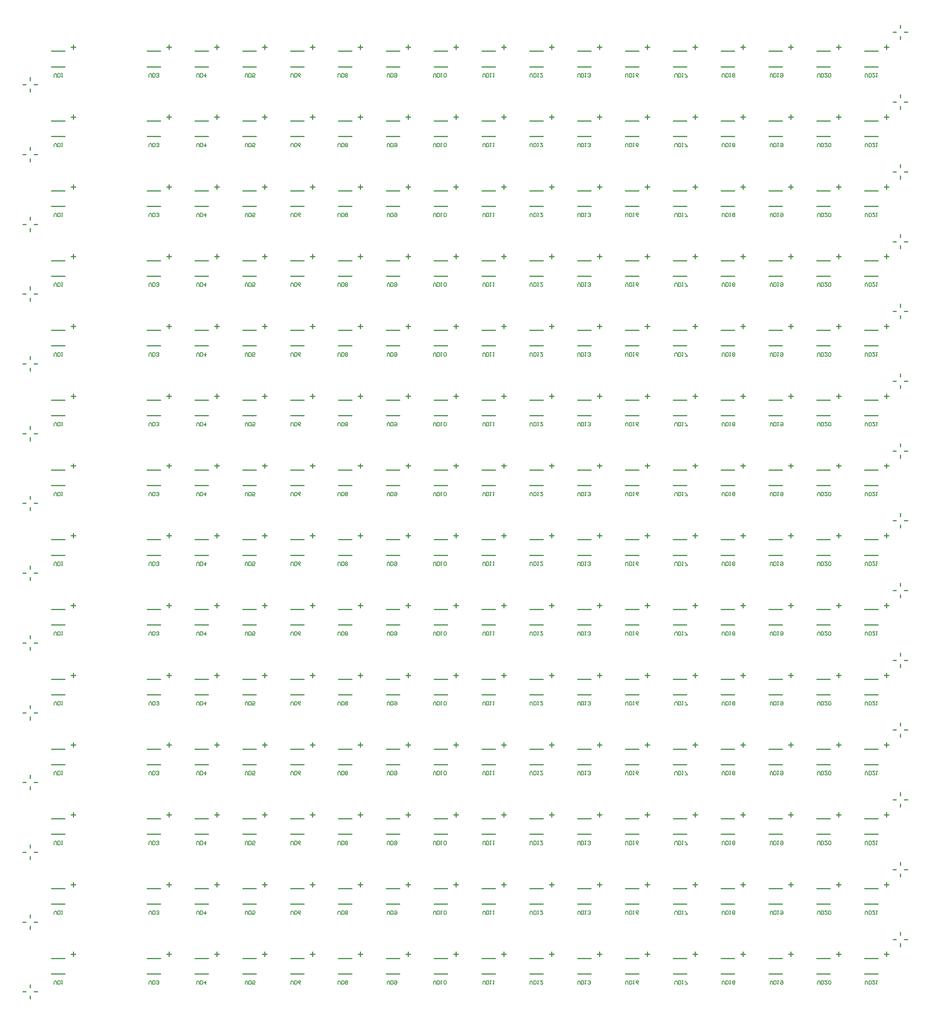
<source format=gbo>
G04 Layer_Color=32896*
%FSLAX44Y44*%
%MOMM*%
G71*
G01*
G75*
%ADD27C,0.2540*%
%ADD31C,0.2000*%
D27*
X1901500Y59500D02*
X1931500D01*
X1901500Y93500D02*
X1931500D01*
X1796500Y93500D02*
X1826500D01*
X1796500Y59500D02*
X1826500D01*
X1691500Y59500D02*
X1721500D01*
X1691500Y93500D02*
X1721500D01*
X1586500Y93500D02*
X1616500D01*
X1586500Y59500D02*
X1616500D01*
X1481500D02*
X1511500D01*
X1481500Y93500D02*
X1511500D01*
X1376500Y93500D02*
X1406500D01*
X1376500Y59500D02*
X1406500D01*
X1271500D02*
X1301500D01*
X1271500Y93500D02*
X1301500D01*
X1166500D02*
X1196500D01*
X1166500Y59500D02*
X1196500D01*
X1061500D02*
X1091500D01*
X1061500Y93500D02*
X1091500D01*
X956500D02*
X986500D01*
X956500Y59500D02*
X986500D01*
X851500Y59500D02*
X881500D01*
X851500Y93500D02*
X881500D01*
X746500Y93500D02*
X776500D01*
X746500Y59500D02*
X776500D01*
X641500Y59500D02*
X671500D01*
X641500Y93500D02*
X671500D01*
X536500Y93500D02*
X566500D01*
X536500Y59500D02*
X566500D01*
X431500D02*
X461500D01*
X431500Y93500D02*
X461500D01*
X326500D02*
X356500D01*
X326500Y59500D02*
X356500D01*
X116500Y93500D02*
X146500D01*
X116500Y59500D02*
X146500D01*
X1980000Y119000D02*
Y126000D01*
X1989000Y135000D02*
X1996000D01*
X1980000Y144000D02*
Y151000D01*
X1964000Y135000D02*
X1971000D01*
X70000Y29000D02*
Y36000D01*
X79000Y20000D02*
X86000D01*
X54000D02*
X61000D01*
X70000Y4000D02*
Y11000D01*
X1955250Y102118D02*
X1945093D01*
X1950172Y107196D02*
Y97039D01*
X1850250Y102118D02*
X1840093D01*
X1845172Y107196D02*
Y97039D01*
X1745250Y102118D02*
X1735093D01*
X1740172Y107196D02*
Y97039D01*
X1640250Y102118D02*
X1630093D01*
X1635172Y107196D02*
Y97039D01*
X1535250Y102118D02*
X1525093D01*
X1530172Y107196D02*
Y97039D01*
X1430250Y102118D02*
X1420093D01*
X1425172Y107196D02*
Y97039D01*
X1325250Y102118D02*
X1315093D01*
X1320172Y107196D02*
Y97039D01*
X1220250Y102118D02*
X1210093D01*
X1215172Y107196D02*
Y97039D01*
X1115250Y102118D02*
X1105093D01*
X1110172Y107196D02*
Y97039D01*
X1010250Y102118D02*
X1000093D01*
X1005172Y107196D02*
Y97039D01*
X905250Y102118D02*
X895093D01*
X900172Y107196D02*
Y97039D01*
X800250Y102118D02*
X790093D01*
X795172Y107196D02*
Y97039D01*
X695250Y102118D02*
X685093D01*
X690172Y107196D02*
Y97039D01*
X590250Y102118D02*
X580093D01*
X585172Y107196D02*
Y97039D01*
X485250Y102118D02*
X475093D01*
X480172Y107196D02*
Y97039D01*
X380250Y102118D02*
X370093D01*
X375172Y107196D02*
Y97039D01*
X170250Y102118D02*
X160093D01*
X165172Y107196D02*
Y97039D01*
X1901500Y212500D02*
X1931500D01*
X1901500Y246500D02*
X1931500D01*
X1796500Y246500D02*
X1826500D01*
X1796500Y212500D02*
X1826500D01*
X1691500Y212500D02*
X1721500D01*
X1691500Y246500D02*
X1721500D01*
X1586500Y246500D02*
X1616500D01*
X1586500Y212500D02*
X1616500D01*
X1481500D02*
X1511500D01*
X1481500Y246500D02*
X1511500D01*
X1376500Y246500D02*
X1406500D01*
X1376500Y212500D02*
X1406500D01*
X1271500D02*
X1301500D01*
X1271500Y246500D02*
X1301500D01*
X1166500D02*
X1196500D01*
X1166500Y212500D02*
X1196500D01*
X1061500D02*
X1091500D01*
X1061500Y246500D02*
X1091500D01*
X956500D02*
X986500D01*
X956500Y212500D02*
X986500D01*
X851500Y212500D02*
X881500D01*
X851500Y246500D02*
X881500D01*
X746500Y246500D02*
X776500D01*
X746500Y212500D02*
X776500D01*
X641500Y212500D02*
X671500D01*
X641500Y246500D02*
X671500D01*
X536500Y246500D02*
X566500D01*
X536500Y212500D02*
X566500D01*
X431500D02*
X461500D01*
X431500Y246500D02*
X461500D01*
X326500D02*
X356500D01*
X326500Y212500D02*
X356500D01*
X116500Y246500D02*
X146500D01*
X116500Y212500D02*
X146500D01*
X1980000Y272000D02*
Y279000D01*
X1989000Y288000D02*
X1996000D01*
X1980000Y297000D02*
Y304000D01*
X1964000Y288000D02*
X1971000D01*
X70000Y182000D02*
Y189000D01*
X79000Y173000D02*
X86000D01*
X54000D02*
X61000D01*
X70000Y157000D02*
Y164000D01*
X1955250Y255118D02*
X1945093D01*
X1950172Y260196D02*
Y250039D01*
X1850250Y255117D02*
X1840093D01*
X1845172Y260196D02*
Y250039D01*
X1745250Y255118D02*
X1735093D01*
X1740172Y260196D02*
Y250039D01*
X1640250Y255117D02*
X1630093D01*
X1635172Y260196D02*
Y250039D01*
X1535250Y255117D02*
X1525093D01*
X1530172Y260196D02*
Y250039D01*
X1430250Y255118D02*
X1420093D01*
X1425172Y260196D02*
Y250039D01*
X1325250Y255118D02*
X1315093D01*
X1320172Y260196D02*
Y250039D01*
X1220250Y255118D02*
X1210093D01*
X1215172Y260196D02*
Y250039D01*
X1115250Y255118D02*
X1105093D01*
X1110172Y260196D02*
Y250039D01*
X1010250Y255118D02*
X1000093D01*
X1005172Y260196D02*
Y250039D01*
X905250Y255117D02*
X895093D01*
X900172Y260196D02*
Y250039D01*
X800250Y255118D02*
X790093D01*
X795172Y260196D02*
Y250039D01*
X695250Y255117D02*
X685093D01*
X690172Y260196D02*
Y250039D01*
X590250Y255118D02*
X580093D01*
X585172Y260196D02*
Y250039D01*
X485250Y255118D02*
X475093D01*
X480172Y260196D02*
Y250039D01*
X380250Y255118D02*
X370093D01*
X375172Y260196D02*
Y250039D01*
X170250Y255118D02*
X160093D01*
X165172Y260196D02*
Y250039D01*
X1901500Y365500D02*
X1931500D01*
X1901500Y399500D02*
X1931500D01*
X1796500Y399500D02*
X1826500D01*
X1796500Y365500D02*
X1826500D01*
X1691500Y365500D02*
X1721500D01*
X1691500Y399500D02*
X1721500D01*
X1586500Y399500D02*
X1616500D01*
X1586500Y365500D02*
X1616500D01*
X1481500D02*
X1511500D01*
X1481500Y399500D02*
X1511500D01*
X1376500Y399500D02*
X1406500D01*
X1376500Y365500D02*
X1406500D01*
X1271500D02*
X1301500D01*
X1271500Y399500D02*
X1301500D01*
X1166500D02*
X1196500D01*
X1166500Y365500D02*
X1196500D01*
X1061500D02*
X1091500D01*
X1061500Y399500D02*
X1091500D01*
X956500D02*
X986500D01*
X956500Y365500D02*
X986500D01*
X851500Y365500D02*
X881500D01*
X851500Y399500D02*
X881500D01*
X746500Y399500D02*
X776500D01*
X746500Y365500D02*
X776500D01*
X641500Y365500D02*
X671500D01*
X641500Y399500D02*
X671500D01*
X536500Y399500D02*
X566500D01*
X536500Y365500D02*
X566500D01*
X431500D02*
X461500D01*
X431500Y399500D02*
X461500D01*
X326500D02*
X356500D01*
X326500Y365500D02*
X356500D01*
X116500Y399500D02*
X146500D01*
X116500Y365500D02*
X146500D01*
X1980000Y425000D02*
Y432000D01*
X1989000Y441000D02*
X1996000D01*
X1980000Y450000D02*
Y457000D01*
X1964000Y441000D02*
X1971000D01*
X70000Y335000D02*
Y342000D01*
X79000Y326000D02*
X86000D01*
X54000D02*
X61000D01*
X70000Y310000D02*
Y317000D01*
X1955250Y408118D02*
X1945093D01*
X1950172Y413196D02*
Y403039D01*
X1850250Y408118D02*
X1840093D01*
X1845172Y413196D02*
Y403039D01*
X1745250Y408118D02*
X1735093D01*
X1740172Y413196D02*
Y403039D01*
X1640250Y408118D02*
X1630093D01*
X1635172Y413196D02*
Y403039D01*
X1535250Y408118D02*
X1525093D01*
X1530172Y413196D02*
Y403039D01*
X1430250Y408118D02*
X1420093D01*
X1425172Y413196D02*
Y403039D01*
X1325250Y408118D02*
X1315093D01*
X1320172Y413196D02*
Y403039D01*
X1220250Y408118D02*
X1210093D01*
X1215172Y413196D02*
Y403039D01*
X1115250Y408118D02*
X1105093D01*
X1110172Y413196D02*
Y403039D01*
X1010250Y408118D02*
X1000093D01*
X1005172Y413196D02*
Y403039D01*
X905250Y408118D02*
X895093D01*
X900172Y413196D02*
Y403039D01*
X800250Y408118D02*
X790093D01*
X795172Y413196D02*
Y403039D01*
X695250Y408118D02*
X685093D01*
X690172Y413196D02*
Y403039D01*
X590250Y408118D02*
X580093D01*
X585172Y413196D02*
Y403039D01*
X485250Y408118D02*
X475093D01*
X480172Y413196D02*
Y403039D01*
X380250Y408118D02*
X370093D01*
X375172Y413196D02*
Y403039D01*
X170250Y408118D02*
X160093D01*
X165172Y413196D02*
Y403039D01*
X1901500Y518500D02*
X1931500D01*
X1901500Y552500D02*
X1931500D01*
X1796500Y552500D02*
X1826500D01*
X1796500Y518500D02*
X1826500D01*
X1691500Y518500D02*
X1721500D01*
X1691500Y552500D02*
X1721500D01*
X1586500Y552500D02*
X1616500D01*
X1586500Y518500D02*
X1616500D01*
X1481500D02*
X1511500D01*
X1481500Y552500D02*
X1511500D01*
X1376500Y552500D02*
X1406500D01*
X1376500Y518500D02*
X1406500D01*
X1271500D02*
X1301500D01*
X1271500Y552500D02*
X1301500D01*
X1166500D02*
X1196500D01*
X1166500Y518500D02*
X1196500D01*
X1061500D02*
X1091500D01*
X1061500Y552500D02*
X1091500D01*
X956500D02*
X986500D01*
X956500Y518500D02*
X986500D01*
X851500Y518500D02*
X881500D01*
X851500Y552500D02*
X881500D01*
X746500Y552500D02*
X776500D01*
X746500Y518500D02*
X776500D01*
X641500Y518500D02*
X671500D01*
X641500Y552500D02*
X671500D01*
X536500Y552500D02*
X566500D01*
X536500Y518500D02*
X566500D01*
X431500D02*
X461500D01*
X431500Y552500D02*
X461500D01*
X326500D02*
X356500D01*
X326500Y518500D02*
X356500D01*
X116500Y552500D02*
X146500D01*
X116500Y518500D02*
X146500D01*
X1980000Y578000D02*
Y585000D01*
X1989000Y594000D02*
X1996000D01*
X1980000Y603000D02*
Y610000D01*
X1964000Y594000D02*
X1971000D01*
X70000Y488000D02*
Y495000D01*
X79000Y479000D02*
X86000D01*
X54000D02*
X61000D01*
X70000Y463000D02*
Y470000D01*
X1955250Y561118D02*
X1945093D01*
X1950172Y566196D02*
Y556039D01*
X1850250Y561118D02*
X1840093D01*
X1845172Y566196D02*
Y556039D01*
X1745250Y561118D02*
X1735093D01*
X1740172Y566196D02*
Y556039D01*
X1640250Y561118D02*
X1630093D01*
X1635172Y566196D02*
Y556039D01*
X1535250Y561118D02*
X1525093D01*
X1530172Y566196D02*
Y556039D01*
X1430250Y561118D02*
X1420093D01*
X1425172Y566196D02*
Y556039D01*
X1325250Y561118D02*
X1315093D01*
X1320172Y566196D02*
Y556039D01*
X1220250Y561118D02*
X1210093D01*
X1215172Y566196D02*
Y556039D01*
X1115250Y561118D02*
X1105093D01*
X1110172Y566196D02*
Y556039D01*
X1010250Y561118D02*
X1000093D01*
X1005172Y566196D02*
Y556039D01*
X905250Y561118D02*
X895093D01*
X900172Y566196D02*
Y556039D01*
X800250Y561118D02*
X790093D01*
X795172Y566196D02*
Y556039D01*
X695250Y561118D02*
X685093D01*
X690172Y566196D02*
Y556039D01*
X590250Y561118D02*
X580093D01*
X585172Y566196D02*
Y556039D01*
X485250Y561118D02*
X475093D01*
X480172Y566196D02*
Y556039D01*
X380250Y561118D02*
X370093D01*
X375172Y566196D02*
Y556039D01*
X170250Y561118D02*
X160093D01*
X165172Y566196D02*
Y556039D01*
X1901500Y671500D02*
X1931500D01*
X1901500Y705500D02*
X1931500D01*
X1796500Y705500D02*
X1826500D01*
X1796500Y671500D02*
X1826500D01*
X1691500Y671500D02*
X1721500D01*
X1691500Y705500D02*
X1721500D01*
X1586500Y705500D02*
X1616500D01*
X1586500Y671500D02*
X1616500D01*
X1481500D02*
X1511500D01*
X1481500Y705500D02*
X1511500D01*
X1376500Y705500D02*
X1406500D01*
X1376500Y671500D02*
X1406500D01*
X1271500D02*
X1301500D01*
X1271500Y705500D02*
X1301500D01*
X1166500D02*
X1196500D01*
X1166500Y671500D02*
X1196500D01*
X1061500D02*
X1091500D01*
X1061500Y705500D02*
X1091500D01*
X956500D02*
X986500D01*
X956500Y671500D02*
X986500D01*
X851500Y671500D02*
X881500D01*
X851500Y705500D02*
X881500D01*
X746500Y705500D02*
X776500D01*
X746500Y671500D02*
X776500D01*
X641500Y671500D02*
X671500D01*
X641500Y705500D02*
X671500D01*
X536500Y705500D02*
X566500D01*
X536500Y671500D02*
X566500D01*
X431500D02*
X461500D01*
X431500Y705500D02*
X461500D01*
X326500D02*
X356500D01*
X326500Y671500D02*
X356500D01*
X116500Y705500D02*
X146500D01*
X116500Y671500D02*
X146500D01*
X1980000Y731000D02*
Y738000D01*
X1989000Y747000D02*
X1996000D01*
X1980000Y756000D02*
Y763000D01*
X1964000Y747000D02*
X1971000D01*
X70000Y641000D02*
Y648000D01*
X79000Y632000D02*
X86000D01*
X54000D02*
X61000D01*
X70000Y616000D02*
Y623000D01*
X1955250Y714118D02*
X1945093D01*
X1950172Y719196D02*
Y709039D01*
X1850250Y714118D02*
X1840093D01*
X1845172Y719196D02*
Y709039D01*
X1745250Y714118D02*
X1735093D01*
X1740172Y719196D02*
Y709039D01*
X1640250Y714118D02*
X1630093D01*
X1635172Y719196D02*
Y709039D01*
X1535250Y714118D02*
X1525093D01*
X1530172Y719196D02*
Y709039D01*
X1430250Y714118D02*
X1420093D01*
X1425172Y719196D02*
Y709039D01*
X1325250Y714118D02*
X1315093D01*
X1320172Y719196D02*
Y709039D01*
X1220250Y714118D02*
X1210093D01*
X1215172Y719196D02*
Y709039D01*
X1115250Y714118D02*
X1105093D01*
X1110172Y719196D02*
Y709039D01*
X1010250Y714118D02*
X1000093D01*
X1005172Y719196D02*
Y709039D01*
X905250Y714118D02*
X895093D01*
X900172Y719196D02*
Y709039D01*
X800250Y714118D02*
X790093D01*
X795172Y719196D02*
Y709039D01*
X695250Y714118D02*
X685093D01*
X690172Y719196D02*
Y709039D01*
X590250Y714118D02*
X580093D01*
X585172Y719196D02*
Y709039D01*
X485250Y714118D02*
X475093D01*
X480172Y719196D02*
Y709039D01*
X380250Y714118D02*
X370093D01*
X375172Y719196D02*
Y709039D01*
X170250Y714118D02*
X160093D01*
X165172Y719196D02*
Y709039D01*
X1901500Y824500D02*
X1931500D01*
X1901500Y858500D02*
X1931500D01*
X1796500Y858500D02*
X1826500D01*
X1796500Y824500D02*
X1826500D01*
X1691500Y824500D02*
X1721500D01*
X1691500Y858500D02*
X1721500D01*
X1586500Y858500D02*
X1616500D01*
X1586500Y824500D02*
X1616500D01*
X1481500D02*
X1511500D01*
X1481500Y858500D02*
X1511500D01*
X1376500Y858500D02*
X1406500D01*
X1376500Y824500D02*
X1406500D01*
X1271500D02*
X1301500D01*
X1271500Y858500D02*
X1301500D01*
X1166500D02*
X1196500D01*
X1166500Y824500D02*
X1196500D01*
X1061500D02*
X1091500D01*
X1061500Y858500D02*
X1091500D01*
X956500D02*
X986500D01*
X956500Y824500D02*
X986500D01*
X851500Y824500D02*
X881500D01*
X851500Y858500D02*
X881500D01*
X746500Y858500D02*
X776500D01*
X746500Y824500D02*
X776500D01*
X641500Y824500D02*
X671500D01*
X641500Y858500D02*
X671500D01*
X536500Y858500D02*
X566500D01*
X536500Y824500D02*
X566500D01*
X431500D02*
X461500D01*
X431500Y858500D02*
X461500D01*
X326500D02*
X356500D01*
X326500Y824500D02*
X356500D01*
X116500Y858500D02*
X146500D01*
X116500Y824500D02*
X146500D01*
X1980000Y884000D02*
Y891000D01*
X1989000Y900000D02*
X1996000D01*
X1980000Y909000D02*
Y916000D01*
X1964000Y900000D02*
X1971000D01*
X70000Y794000D02*
Y801000D01*
X79000Y785000D02*
X86000D01*
X54000D02*
X61000D01*
X70000Y769000D02*
Y776000D01*
X1955250Y867118D02*
X1945093D01*
X1950172Y872196D02*
Y862039D01*
X1850250Y867118D02*
X1840093D01*
X1845172Y872196D02*
Y862039D01*
X1745250Y867118D02*
X1735093D01*
X1740172Y872196D02*
Y862039D01*
X1640250Y867118D02*
X1630093D01*
X1635172Y872196D02*
Y862039D01*
X1535250Y867118D02*
X1525093D01*
X1530172Y872196D02*
Y862039D01*
X1430250Y867118D02*
X1420093D01*
X1425172Y872196D02*
Y862039D01*
X1325250Y867118D02*
X1315093D01*
X1320172Y872196D02*
Y862039D01*
X1220250Y867118D02*
X1210093D01*
X1215172Y872196D02*
Y862039D01*
X1115250Y867118D02*
X1105093D01*
X1110172Y872196D02*
Y862039D01*
X1010250Y867118D02*
X1000093D01*
X1005172Y872196D02*
Y862039D01*
X905250Y867118D02*
X895093D01*
X900172Y872196D02*
Y862039D01*
X800250Y867118D02*
X790093D01*
X795172Y872196D02*
Y862039D01*
X695250Y867118D02*
X685093D01*
X690172Y872196D02*
Y862039D01*
X590250Y867118D02*
X580093D01*
X585172Y872196D02*
Y862039D01*
X485250Y867118D02*
X475093D01*
X480172Y872196D02*
Y862039D01*
X380250Y867118D02*
X370093D01*
X375172Y872196D02*
Y862039D01*
X170250Y867118D02*
X160093D01*
X165172Y872196D02*
Y862039D01*
X1901500Y977500D02*
X1931500D01*
X1901500Y1011500D02*
X1931500D01*
X1796500Y1011500D02*
X1826500D01*
X1796500Y977500D02*
X1826500D01*
X1691500Y977500D02*
X1721500D01*
X1691500Y1011500D02*
X1721500D01*
X1586500Y1011500D02*
X1616500D01*
X1586500Y977500D02*
X1616500D01*
X1481500D02*
X1511500D01*
X1481500Y1011500D02*
X1511500D01*
X1376500Y1011500D02*
X1406500D01*
X1376500Y977500D02*
X1406500D01*
X1271500D02*
X1301500D01*
X1271500Y1011500D02*
X1301500D01*
X1166500D02*
X1196500D01*
X1166500Y977500D02*
X1196500D01*
X1061500D02*
X1091500D01*
X1061500Y1011500D02*
X1091500D01*
X956500D02*
X986500D01*
X956500Y977500D02*
X986500D01*
X851500Y977500D02*
X881500D01*
X851500Y1011500D02*
X881500D01*
X746500Y1011500D02*
X776500D01*
X746500Y977500D02*
X776500D01*
X641500Y977500D02*
X671500D01*
X641500Y1011500D02*
X671500D01*
X536500Y1011500D02*
X566500D01*
X536500Y977500D02*
X566500D01*
X431500D02*
X461500D01*
X431500Y1011500D02*
X461500D01*
X326500D02*
X356500D01*
X326500Y977500D02*
X356500D01*
X116500Y1011500D02*
X146500D01*
X116500Y977500D02*
X146500D01*
X1980000Y1037000D02*
Y1044000D01*
X1989000Y1053000D02*
X1996000D01*
X1980000Y1062000D02*
Y1069000D01*
X1964000Y1053000D02*
X1971000D01*
X70000Y947000D02*
Y954000D01*
X79000Y938000D02*
X86000D01*
X54000D02*
X61000D01*
X70000Y922000D02*
Y929000D01*
X1955250Y1020118D02*
X1945093D01*
X1950172Y1025196D02*
Y1015039D01*
X1850250Y1020118D02*
X1840093D01*
X1845172Y1025196D02*
Y1015039D01*
X1745250Y1020118D02*
X1735093D01*
X1740172Y1025196D02*
Y1015039D01*
X1640250Y1020118D02*
X1630093D01*
X1635172Y1025196D02*
Y1015039D01*
X1535250Y1020118D02*
X1525093D01*
X1530172Y1025196D02*
Y1015039D01*
X1430250Y1020118D02*
X1420093D01*
X1425172Y1025196D02*
Y1015039D01*
X1325250Y1020118D02*
X1315093D01*
X1320172Y1025196D02*
Y1015039D01*
X1220250Y1020118D02*
X1210093D01*
X1215172Y1025196D02*
Y1015039D01*
X1115250Y1020118D02*
X1105093D01*
X1110172Y1025196D02*
Y1015039D01*
X1010250Y1020118D02*
X1000093D01*
X1005172Y1025196D02*
Y1015039D01*
X905250Y1020118D02*
X895093D01*
X900172Y1025196D02*
Y1015039D01*
X800250Y1020118D02*
X790093D01*
X795172Y1025196D02*
Y1015039D01*
X695250Y1020118D02*
X685093D01*
X690172Y1025196D02*
Y1015039D01*
X590250Y1020118D02*
X580093D01*
X585172Y1025196D02*
Y1015039D01*
X485250Y1020118D02*
X475093D01*
X480172Y1025196D02*
Y1015039D01*
X380250Y1020118D02*
X370093D01*
X375172Y1025196D02*
Y1015039D01*
X170250Y1020118D02*
X160093D01*
X165172Y1025196D02*
Y1015039D01*
X1901500Y1130500D02*
X1931500D01*
X1901500Y1164500D02*
X1931500D01*
X1796500Y1164500D02*
X1826500D01*
X1796500Y1130500D02*
X1826500D01*
X1691500Y1130500D02*
X1721500D01*
X1691500Y1164500D02*
X1721500D01*
X1586500Y1164500D02*
X1616500D01*
X1586500Y1130500D02*
X1616500D01*
X1481500D02*
X1511500D01*
X1481500Y1164500D02*
X1511500D01*
X1376500Y1164500D02*
X1406500D01*
X1376500Y1130500D02*
X1406500D01*
X1271500D02*
X1301500D01*
X1271500Y1164500D02*
X1301500D01*
X1166500D02*
X1196500D01*
X1166500Y1130500D02*
X1196500D01*
X1061500D02*
X1091500D01*
X1061500Y1164500D02*
X1091500D01*
X956500D02*
X986500D01*
X956500Y1130500D02*
X986500D01*
X851500Y1130500D02*
X881500D01*
X851500Y1164500D02*
X881500D01*
X746500Y1164500D02*
X776500D01*
X746500Y1130500D02*
X776500D01*
X641500Y1130500D02*
X671500D01*
X641500Y1164500D02*
X671500D01*
X536500Y1164500D02*
X566500D01*
X536500Y1130500D02*
X566500D01*
X431500D02*
X461500D01*
X431500Y1164500D02*
X461500D01*
X326500D02*
X356500D01*
X326500Y1130500D02*
X356500D01*
X116500Y1164500D02*
X146500D01*
X116500Y1130500D02*
X146500D01*
X1980000Y1190000D02*
Y1197000D01*
X1989000Y1206000D02*
X1996000D01*
X1980000Y1215000D02*
Y1222000D01*
X1964000Y1206000D02*
X1971000D01*
X70000Y1100000D02*
Y1107000D01*
X79000Y1091000D02*
X86000D01*
X54000D02*
X61000D01*
X70000Y1075000D02*
Y1082000D01*
X1955250Y1173118D02*
X1945093D01*
X1950172Y1178196D02*
Y1168039D01*
X1850250Y1173118D02*
X1840093D01*
X1845172Y1178196D02*
Y1168039D01*
X1745250Y1173118D02*
X1735093D01*
X1740172Y1178196D02*
Y1168039D01*
X1640250Y1173118D02*
X1630093D01*
X1635172Y1178196D02*
Y1168039D01*
X1535250Y1173118D02*
X1525093D01*
X1530172Y1178196D02*
Y1168039D01*
X1430250Y1173118D02*
X1420093D01*
X1425172Y1178196D02*
Y1168039D01*
X1325250Y1173118D02*
X1315093D01*
X1320172Y1178196D02*
Y1168039D01*
X1220250Y1173118D02*
X1210093D01*
X1215172Y1178196D02*
Y1168039D01*
X1115250Y1173118D02*
X1105093D01*
X1110172Y1178196D02*
Y1168039D01*
X1010250Y1173118D02*
X1000093D01*
X1005172Y1178196D02*
Y1168039D01*
X905250Y1173118D02*
X895093D01*
X900172Y1178196D02*
Y1168039D01*
X800250Y1173118D02*
X790093D01*
X795172Y1178196D02*
Y1168039D01*
X695250Y1173118D02*
X685093D01*
X690172Y1178196D02*
Y1168039D01*
X590250Y1173118D02*
X580093D01*
X585172Y1178196D02*
Y1168039D01*
X485250Y1173118D02*
X475093D01*
X480172Y1178196D02*
Y1168039D01*
X380250Y1173118D02*
X370093D01*
X375172Y1178196D02*
Y1168039D01*
X170250Y1173118D02*
X160093D01*
X165172Y1178196D02*
Y1168039D01*
X1901500Y1283500D02*
X1931500D01*
X1901500Y1317500D02*
X1931500D01*
X1796500Y1317500D02*
X1826500D01*
X1796500Y1283500D02*
X1826500D01*
X1691500Y1283500D02*
X1721500D01*
X1691500Y1317500D02*
X1721500D01*
X1586500Y1317500D02*
X1616500D01*
X1586500Y1283500D02*
X1616500D01*
X1481500D02*
X1511500D01*
X1481500Y1317500D02*
X1511500D01*
X1376500Y1317500D02*
X1406500D01*
X1376500Y1283500D02*
X1406500D01*
X1271500D02*
X1301500D01*
X1271500Y1317500D02*
X1301500D01*
X1166500D02*
X1196500D01*
X1166500Y1283500D02*
X1196500D01*
X1061500D02*
X1091500D01*
X1061500Y1317500D02*
X1091500D01*
X956500D02*
X986500D01*
X956500Y1283500D02*
X986500D01*
X851500Y1283500D02*
X881500D01*
X851500Y1317500D02*
X881500D01*
X746500Y1317500D02*
X776500D01*
X746500Y1283500D02*
X776500D01*
X641500Y1283500D02*
X671500D01*
X641500Y1317500D02*
X671500D01*
X536500Y1317500D02*
X566500D01*
X536500Y1283500D02*
X566500D01*
X431500D02*
X461500D01*
X431500Y1317500D02*
X461500D01*
X326500D02*
X356500D01*
X326500Y1283500D02*
X356500D01*
X116500Y1317500D02*
X146500D01*
X116500Y1283500D02*
X146500D01*
X1980000Y1343000D02*
Y1350000D01*
X1989000Y1359000D02*
X1996000D01*
X1980000Y1368000D02*
Y1375000D01*
X1964000Y1359000D02*
X1971000D01*
X70000Y1253000D02*
Y1260000D01*
X79000Y1244000D02*
X86000D01*
X54000D02*
X61000D01*
X70000Y1228000D02*
Y1235000D01*
X1955250Y1326118D02*
X1945093D01*
X1950172Y1331196D02*
Y1321039D01*
X1850250Y1326118D02*
X1840093D01*
X1845172Y1331196D02*
Y1321039D01*
X1745250Y1326118D02*
X1735093D01*
X1740172Y1331196D02*
Y1321039D01*
X1640250Y1326118D02*
X1630093D01*
X1635172Y1331196D02*
Y1321039D01*
X1535250Y1326118D02*
X1525093D01*
X1530172Y1331196D02*
Y1321039D01*
X1430250Y1326118D02*
X1420093D01*
X1425172Y1331196D02*
Y1321039D01*
X1325250Y1326118D02*
X1315093D01*
X1320172Y1331196D02*
Y1321039D01*
X1220250Y1326118D02*
X1210093D01*
X1215172Y1331196D02*
Y1321039D01*
X1115250Y1326118D02*
X1105093D01*
X1110172Y1331196D02*
Y1321039D01*
X1010250Y1326118D02*
X1000093D01*
X1005172Y1331196D02*
Y1321039D01*
X905250Y1326118D02*
X895093D01*
X900172Y1331196D02*
Y1321039D01*
X800250Y1326118D02*
X790093D01*
X795172Y1331196D02*
Y1321039D01*
X695250Y1326118D02*
X685093D01*
X690172Y1331196D02*
Y1321039D01*
X590250Y1326118D02*
X580093D01*
X585172Y1331196D02*
Y1321039D01*
X485250Y1326118D02*
X475093D01*
X480172Y1331196D02*
Y1321039D01*
X380250Y1326118D02*
X370093D01*
X375172Y1331196D02*
Y1321039D01*
X170250Y1326118D02*
X160093D01*
X165172Y1331196D02*
Y1321039D01*
X1901500Y1436500D02*
X1931500D01*
X1901500Y1470500D02*
X1931500D01*
X1796500Y1470500D02*
X1826500D01*
X1796500Y1436500D02*
X1826500D01*
X1691500Y1436500D02*
X1721500D01*
X1691500Y1470500D02*
X1721500D01*
X1586500Y1470500D02*
X1616500D01*
X1586500Y1436500D02*
X1616500D01*
X1481500D02*
X1511500D01*
X1481500Y1470500D02*
X1511500D01*
X1376500Y1470500D02*
X1406500D01*
X1376500Y1436500D02*
X1406500D01*
X1271500D02*
X1301500D01*
X1271500Y1470500D02*
X1301500D01*
X1166500D02*
X1196500D01*
X1166500Y1436500D02*
X1196500D01*
X1061500D02*
X1091500D01*
X1061500Y1470500D02*
X1091500D01*
X956500D02*
X986500D01*
X956500Y1436500D02*
X986500D01*
X851500Y1436500D02*
X881500D01*
X851500Y1470500D02*
X881500D01*
X746500Y1470500D02*
X776500D01*
X746500Y1436500D02*
X776500D01*
X641500Y1436500D02*
X671500D01*
X641500Y1470500D02*
X671500D01*
X536500Y1470500D02*
X566500D01*
X536500Y1436500D02*
X566500D01*
X431500D02*
X461500D01*
X431500Y1470500D02*
X461500D01*
X326500D02*
X356500D01*
X326500Y1436500D02*
X356500D01*
X116500Y1470500D02*
X146500D01*
X116500Y1436500D02*
X146500D01*
X1980000Y1496000D02*
Y1503000D01*
X1989000Y1512000D02*
X1996000D01*
X1980000Y1521000D02*
Y1528000D01*
X1964000Y1512000D02*
X1971000D01*
X70000Y1406000D02*
Y1413000D01*
X79000Y1397000D02*
X86000D01*
X54000D02*
X61000D01*
X70000Y1381000D02*
Y1388000D01*
X1955250Y1479118D02*
X1945093D01*
X1950172Y1484196D02*
Y1474039D01*
X1850250Y1479118D02*
X1840093D01*
X1845172Y1484196D02*
Y1474039D01*
X1745250Y1479118D02*
X1735093D01*
X1740172Y1484196D02*
Y1474039D01*
X1640250Y1479118D02*
X1630093D01*
X1635172Y1484196D02*
Y1474039D01*
X1535250Y1479118D02*
X1525093D01*
X1530172Y1484196D02*
Y1474039D01*
X1430250Y1479118D02*
X1420093D01*
X1425172Y1484196D02*
Y1474039D01*
X1325250Y1479118D02*
X1315093D01*
X1320172Y1484196D02*
Y1474039D01*
X1220250Y1479118D02*
X1210093D01*
X1215172Y1484196D02*
Y1474039D01*
X1115250Y1479118D02*
X1105093D01*
X1110172Y1484196D02*
Y1474039D01*
X1010250Y1479118D02*
X1000093D01*
X1005172Y1484196D02*
Y1474039D01*
X905250Y1479118D02*
X895093D01*
X900172Y1484196D02*
Y1474039D01*
X800250Y1479118D02*
X790093D01*
X795172Y1484196D02*
Y1474039D01*
X695250Y1479118D02*
X685093D01*
X690172Y1484196D02*
Y1474039D01*
X590250Y1479118D02*
X580093D01*
X585172Y1484196D02*
Y1474039D01*
X485250Y1479118D02*
X475093D01*
X480172Y1484196D02*
Y1474039D01*
X380250Y1479118D02*
X370093D01*
X375172Y1484196D02*
Y1474039D01*
X170250Y1479118D02*
X160093D01*
X165172Y1484196D02*
Y1474039D01*
X1901500Y1589500D02*
X1931500D01*
X1901500Y1623500D02*
X1931500D01*
X1796500Y1623500D02*
X1826500D01*
X1796500Y1589500D02*
X1826500D01*
X1691500Y1589500D02*
X1721500D01*
X1691500Y1623500D02*
X1721500D01*
X1586500Y1623500D02*
X1616500D01*
X1586500Y1589500D02*
X1616500D01*
X1481500D02*
X1511500D01*
X1481500Y1623500D02*
X1511500D01*
X1376500Y1623500D02*
X1406500D01*
X1376500Y1589500D02*
X1406500D01*
X1271500D02*
X1301500D01*
X1271500Y1623500D02*
X1301500D01*
X1166500D02*
X1196500D01*
X1166500Y1589500D02*
X1196500D01*
X1061500D02*
X1091500D01*
X1061500Y1623500D02*
X1091500D01*
X956500D02*
X986500D01*
X956500Y1589500D02*
X986500D01*
X851500Y1589500D02*
X881500D01*
X851500Y1623500D02*
X881500D01*
X746500Y1623500D02*
X776500D01*
X746500Y1589500D02*
X776500D01*
X641500Y1589500D02*
X671500D01*
X641500Y1623500D02*
X671500D01*
X536500Y1623500D02*
X566500D01*
X536500Y1589500D02*
X566500D01*
X431500D02*
X461500D01*
X431500Y1623500D02*
X461500D01*
X326500D02*
X356500D01*
X326500Y1589500D02*
X356500D01*
X116500Y1623500D02*
X146500D01*
X116500Y1589500D02*
X146500D01*
X1980000Y1649000D02*
Y1656000D01*
X1989000Y1665000D02*
X1996000D01*
X1980000Y1674000D02*
Y1681000D01*
X1964000Y1665000D02*
X1971000D01*
X70000Y1559000D02*
Y1566000D01*
X79000Y1550000D02*
X86000D01*
X54000D02*
X61000D01*
X70000Y1534000D02*
Y1541000D01*
X1955250Y1632118D02*
X1945093D01*
X1950172Y1637196D02*
Y1627039D01*
X1850250Y1632118D02*
X1840093D01*
X1845172Y1637196D02*
Y1627039D01*
X1745250Y1632118D02*
X1735093D01*
X1740172Y1637196D02*
Y1627039D01*
X1640250Y1632118D02*
X1630093D01*
X1635172Y1637196D02*
Y1627039D01*
X1535250Y1632118D02*
X1525093D01*
X1530172Y1637196D02*
Y1627039D01*
X1430250Y1632118D02*
X1420093D01*
X1425172Y1637196D02*
Y1627039D01*
X1325250Y1632118D02*
X1315093D01*
X1320172Y1637196D02*
Y1627039D01*
X1220250Y1632118D02*
X1210093D01*
X1215172Y1637196D02*
Y1627039D01*
X1115250Y1632118D02*
X1105093D01*
X1110172Y1637196D02*
Y1627039D01*
X1010250Y1632118D02*
X1000093D01*
X1005172Y1637196D02*
Y1627039D01*
X905250Y1632118D02*
X895093D01*
X900172Y1637196D02*
Y1627039D01*
X800250Y1632118D02*
X790093D01*
X795172Y1637196D02*
Y1627039D01*
X695250Y1632118D02*
X685093D01*
X690172Y1637196D02*
Y1627039D01*
X590250Y1632118D02*
X580093D01*
X585172Y1637196D02*
Y1627039D01*
X485250Y1632118D02*
X475093D01*
X480172Y1637196D02*
Y1627039D01*
X380250Y1632118D02*
X370093D01*
X375172Y1637196D02*
Y1627039D01*
X170250Y1632118D02*
X160093D01*
X165172Y1637196D02*
Y1627039D01*
X1901500Y1742500D02*
X1931500D01*
X1901500Y1776500D02*
X1931500D01*
X1796500Y1776500D02*
X1826500D01*
X1796500Y1742500D02*
X1826500D01*
X1691500Y1742500D02*
X1721500D01*
X1691500Y1776500D02*
X1721500D01*
X1586500Y1776500D02*
X1616500D01*
X1586500Y1742500D02*
X1616500D01*
X1481500D02*
X1511500D01*
X1481500Y1776500D02*
X1511500D01*
X1376500Y1776500D02*
X1406500D01*
X1376500Y1742500D02*
X1406500D01*
X1271500D02*
X1301500D01*
X1271500Y1776500D02*
X1301500D01*
X1166500D02*
X1196500D01*
X1166500Y1742500D02*
X1196500D01*
X1061500D02*
X1091500D01*
X1061500Y1776500D02*
X1091500D01*
X956500D02*
X986500D01*
X956500Y1742500D02*
X986500D01*
X851500Y1742500D02*
X881500D01*
X851500Y1776500D02*
X881500D01*
X746500Y1776500D02*
X776500D01*
X746500Y1742500D02*
X776500D01*
X641500Y1742500D02*
X671500D01*
X641500Y1776500D02*
X671500D01*
X536500Y1776500D02*
X566500D01*
X536500Y1742500D02*
X566500D01*
X431500D02*
X461500D01*
X431500Y1776500D02*
X461500D01*
X326500D02*
X356500D01*
X326500Y1742500D02*
X356500D01*
X116500Y1776500D02*
X146500D01*
X116500Y1742500D02*
X146500D01*
X1980000Y1802000D02*
Y1809000D01*
X1989000Y1818000D02*
X1996000D01*
X1980000Y1827000D02*
Y1834000D01*
X1964000Y1818000D02*
X1971000D01*
X70000Y1712000D02*
Y1719000D01*
X79000Y1703000D02*
X86000D01*
X54000D02*
X61000D01*
X70000Y1687000D02*
Y1694000D01*
X1955250Y1785118D02*
X1945093D01*
X1950172Y1790196D02*
Y1780040D01*
X1850250Y1785118D02*
X1840093D01*
X1845172Y1790196D02*
Y1780039D01*
X1745250Y1785118D02*
X1735093D01*
X1740172Y1790196D02*
Y1780040D01*
X1640250Y1785118D02*
X1630093D01*
X1635172Y1790196D02*
Y1780039D01*
X1535250Y1785118D02*
X1525093D01*
X1530172Y1790196D02*
Y1780039D01*
X1430250Y1785118D02*
X1420093D01*
X1425172Y1790196D02*
Y1780040D01*
X1325250Y1785118D02*
X1315093D01*
X1320172Y1790196D02*
Y1780040D01*
X1220250Y1785118D02*
X1210093D01*
X1215172Y1790196D02*
Y1780040D01*
X1115250Y1785118D02*
X1105093D01*
X1110172Y1790196D02*
Y1780040D01*
X1010250Y1785118D02*
X1000093D01*
X1005172Y1790196D02*
Y1780040D01*
X905250Y1785118D02*
X895093D01*
X900172Y1790196D02*
Y1780039D01*
X800250Y1785118D02*
X790093D01*
X795172Y1790196D02*
Y1780040D01*
X695250Y1785118D02*
X685093D01*
X690172Y1790196D02*
Y1780039D01*
X590250Y1785118D02*
X580093D01*
X585172Y1790196D02*
Y1780040D01*
X485250Y1785118D02*
X475093D01*
X480172Y1790196D02*
Y1780040D01*
X380250Y1785118D02*
X370093D01*
X375172Y1790196D02*
Y1780040D01*
X170250Y1785118D02*
X160093D01*
X165172Y1790196D02*
Y1780040D01*
X1901500Y1895500D02*
X1931500D01*
X1901500Y1929500D02*
X1931500D01*
X1796500Y1929500D02*
X1826500D01*
X1796500Y1895500D02*
X1826500D01*
X1691500Y1895500D02*
X1721500D01*
X1691500Y1929500D02*
X1721500D01*
X1586500Y1929500D02*
X1616500D01*
X1586500Y1895500D02*
X1616500D01*
X1481500D02*
X1511500D01*
X1481500Y1929500D02*
X1511500D01*
X1376500Y1929500D02*
X1406500D01*
X1376500Y1895500D02*
X1406500D01*
X1271500D02*
X1301500D01*
X1271500Y1929500D02*
X1301500D01*
X1166500D02*
X1196500D01*
X1166500Y1895500D02*
X1196500D01*
X1061500D02*
X1091500D01*
X1061500Y1929500D02*
X1091500D01*
X956500D02*
X986500D01*
X956500Y1895500D02*
X986500D01*
X851500Y1895500D02*
X881500D01*
X851500Y1929500D02*
X881500D01*
X746500Y1929500D02*
X776500D01*
X746500Y1895500D02*
X776500D01*
X641500Y1895500D02*
X671500D01*
X641500Y1929500D02*
X671500D01*
X536500Y1929500D02*
X566500D01*
X536500Y1895500D02*
X566500D01*
X431500D02*
X461500D01*
X431500Y1929500D02*
X461500D01*
X326500D02*
X356500D01*
X326500Y1895500D02*
X356500D01*
X116500Y1929500D02*
X146500D01*
X116500Y1895500D02*
X146500D01*
X1980000Y1955000D02*
Y1962000D01*
X1989000Y1971000D02*
X1996000D01*
X1980000Y1980000D02*
Y1987000D01*
X1964000Y1971000D02*
X1971000D01*
X70000Y1865000D02*
Y1872000D01*
X79000Y1856000D02*
X86000D01*
X54000D02*
X61000D01*
X70000Y1840000D02*
Y1847000D01*
X1955250Y1938118D02*
X1945093D01*
X1950172Y1943196D02*
Y1933040D01*
X1850250Y1938118D02*
X1840093D01*
X1845172Y1943196D02*
Y1933040D01*
X1745250Y1938118D02*
X1735093D01*
X1740172Y1943196D02*
Y1933040D01*
X1640250Y1938118D02*
X1630093D01*
X1635172Y1943196D02*
Y1933040D01*
X1535250Y1938118D02*
X1525093D01*
X1530172Y1943196D02*
Y1933040D01*
X1430250Y1938118D02*
X1420093D01*
X1425172Y1943196D02*
Y1933040D01*
X1325250Y1938118D02*
X1315093D01*
X1320172Y1943196D02*
Y1933040D01*
X1220250Y1938118D02*
X1210093D01*
X1215172Y1943196D02*
Y1933040D01*
X1115250Y1938118D02*
X1105093D01*
X1110172Y1943196D02*
Y1933040D01*
X1010250Y1938118D02*
X1000093D01*
X1005172Y1943196D02*
Y1933040D01*
X905250Y1938118D02*
X895093D01*
X900172Y1943196D02*
Y1933040D01*
X800250Y1938118D02*
X790093D01*
X795172Y1943196D02*
Y1933040D01*
X695250Y1938118D02*
X685093D01*
X690172Y1943196D02*
Y1933040D01*
X590250Y1938118D02*
X580093D01*
X585172Y1943196D02*
Y1933040D01*
X485250Y1938118D02*
X475093D01*
X480172Y1943196D02*
Y1933040D01*
X380250Y1938118D02*
X370093D01*
X375172Y1943196D02*
Y1933040D01*
X170250Y1938118D02*
X160093D01*
X165172Y1943196D02*
Y1933040D01*
X1901500Y2048500D02*
X1931500D01*
X1901500Y2082500D02*
X1931500D01*
X1796500Y2082500D02*
X1826500D01*
X1796500Y2048500D02*
X1826500D01*
X1691500Y2048500D02*
X1721500D01*
X1691500Y2082500D02*
X1721500D01*
X1586500Y2082500D02*
X1616500D01*
X1586500Y2048500D02*
X1616500D01*
X1481500D02*
X1511500D01*
X1481500Y2082500D02*
X1511500D01*
X1376500Y2082500D02*
X1406500D01*
X1376500Y2048500D02*
X1406500D01*
X1271500D02*
X1301500D01*
X1271500Y2082500D02*
X1301500D01*
X1166500D02*
X1196500D01*
X1166500Y2048500D02*
X1196500D01*
X1061500D02*
X1091500D01*
X1061500Y2082500D02*
X1091500D01*
X956500D02*
X986500D01*
X956500Y2048500D02*
X986500D01*
X851500Y2048500D02*
X881500D01*
X851500Y2082500D02*
X881500D01*
X746500Y2082500D02*
X776500D01*
X746500Y2048500D02*
X776500D01*
X641500Y2048500D02*
X671500D01*
X641500Y2082500D02*
X671500D01*
X536500Y2082500D02*
X566500D01*
X536500Y2048500D02*
X566500D01*
X431500D02*
X461500D01*
X431500Y2082500D02*
X461500D01*
X326500D02*
X356500D01*
X326500Y2048500D02*
X356500D01*
X116500Y2082500D02*
X146500D01*
X116500Y2048500D02*
X146500D01*
X1980000Y2108000D02*
Y2115000D01*
X1989000Y2124000D02*
X1996000D01*
X1980000Y2133000D02*
Y2140000D01*
X1964000Y2124000D02*
X1971000D01*
X70000Y2018000D02*
Y2025000D01*
X79000Y2009000D02*
X86000D01*
X54000D02*
X61000D01*
X70000Y1993000D02*
Y2000000D01*
X1955250Y2091118D02*
X1945093D01*
X1950172Y2096196D02*
Y2086039D01*
X1850250Y2091118D02*
X1840093D01*
X1845172Y2096196D02*
Y2086039D01*
X1745250Y2091118D02*
X1735093D01*
X1740172Y2096196D02*
Y2086039D01*
X1640250Y2091118D02*
X1630093D01*
X1635172Y2096196D02*
Y2086039D01*
X1535250Y2091118D02*
X1525093D01*
X1530172Y2096196D02*
Y2086039D01*
X1430250Y2091118D02*
X1420093D01*
X1425172Y2096196D02*
Y2086039D01*
X1325250Y2091118D02*
X1315093D01*
X1320172Y2096196D02*
Y2086039D01*
X1220250Y2091118D02*
X1210093D01*
X1215172Y2096196D02*
Y2086039D01*
X1115250Y2091118D02*
X1105093D01*
X1110172Y2096196D02*
Y2086039D01*
X1010250Y2091118D02*
X1000093D01*
X1005172Y2096196D02*
Y2086039D01*
X905250Y2091118D02*
X895093D01*
X900172Y2096196D02*
Y2086039D01*
X800250Y2091118D02*
X790093D01*
X795172Y2096196D02*
Y2086039D01*
X695250Y2091118D02*
X685093D01*
X690172Y2096196D02*
Y2086039D01*
X590250Y2091118D02*
X580093D01*
X585172Y2096196D02*
Y2086039D01*
X485250Y2091118D02*
X475093D01*
X480172Y2096196D02*
Y2086039D01*
X380250Y2091118D02*
X370093D01*
X375172Y2096196D02*
Y2086039D01*
X170250Y2091118D02*
X160093D01*
X165172Y2096196D02*
Y2086039D01*
D31*
X123000Y36495D02*
Y41827D01*
X125666Y44492D01*
X128332Y41827D01*
Y36495D01*
X130997D02*
Y44492D01*
X134996D01*
X136329Y43159D01*
Y37828D01*
X134996Y36495D01*
X130997D01*
X138995Y44492D02*
X141661D01*
X140328D01*
Y36495D01*
X138995Y37828D01*
X331250Y36495D02*
Y41827D01*
X333916Y44492D01*
X336582Y41827D01*
Y36495D01*
X339248D02*
Y44492D01*
X343246D01*
X344579Y43159D01*
Y37828D01*
X343246Y36495D01*
X339248D01*
X347245Y37828D02*
X348578Y36495D01*
X351244D01*
X352576Y37828D01*
Y39161D01*
X351244Y40494D01*
X349911D01*
X351244D01*
X352576Y41827D01*
Y43159D01*
X351244Y44492D01*
X348578D01*
X347245Y43159D01*
X435750Y36495D02*
Y41827D01*
X438416Y44492D01*
X441082Y41827D01*
Y36495D01*
X443747D02*
Y44492D01*
X447746D01*
X449079Y43159D01*
Y37828D01*
X447746Y36495D01*
X443747D01*
X455744Y44492D02*
Y36495D01*
X451745Y40494D01*
X457076D01*
X542250Y36495D02*
Y41827D01*
X544916Y44492D01*
X547582Y41827D01*
Y36495D01*
X550247D02*
Y44492D01*
X554246D01*
X555579Y43159D01*
Y37828D01*
X554246Y36495D01*
X550247D01*
X563576D02*
X558245D01*
Y40494D01*
X560911Y39161D01*
X562243D01*
X563576Y40494D01*
Y43159D01*
X562243Y44492D01*
X559578D01*
X558245Y43159D01*
X642750Y36495D02*
Y41827D01*
X645416Y44492D01*
X648082Y41827D01*
Y36495D01*
X650747D02*
Y44492D01*
X654746D01*
X656079Y43159D01*
Y37828D01*
X654746Y36495D01*
X650747D01*
X664076D02*
X661411Y37828D01*
X658745Y40494D01*
Y43159D01*
X660078Y44492D01*
X662744D01*
X664076Y43159D01*
Y41827D01*
X662744Y40494D01*
X658745D01*
X746000Y36495D02*
Y41827D01*
X748666Y44492D01*
X751332Y41827D01*
Y36495D01*
X753997D02*
Y44492D01*
X757996D01*
X759329Y43159D01*
Y37828D01*
X757996Y36495D01*
X753997D01*
X761995Y37828D02*
X763328Y36495D01*
X765994D01*
X767327Y37828D01*
Y39161D01*
X765994Y40494D01*
X767327Y41827D01*
Y43159D01*
X765994Y44492D01*
X763328D01*
X761995Y43159D01*
Y41827D01*
X763328Y40494D01*
X761995Y39161D01*
Y37828D01*
X763328Y40494D02*
X765994D01*
X853750Y36495D02*
Y41827D01*
X856416Y44492D01*
X859082Y41827D01*
Y36495D01*
X861747D02*
Y44492D01*
X865746D01*
X867079Y43159D01*
Y37828D01*
X865746Y36495D01*
X861747D01*
X869745Y43159D02*
X871078Y44492D01*
X873744D01*
X875077Y43159D01*
Y37828D01*
X873744Y36495D01*
X871078D01*
X869745Y37828D01*
Y39161D01*
X871078Y40494D01*
X875077D01*
X955750Y36495D02*
Y41827D01*
X958416Y44492D01*
X961082Y41827D01*
Y36495D01*
X963747D02*
Y44492D01*
X967746D01*
X969079Y43159D01*
Y37828D01*
X967746Y36495D01*
X963747D01*
X971745Y44492D02*
X974411D01*
X973078D01*
Y36495D01*
X971745Y37828D01*
X978409D02*
X979742Y36495D01*
X982408D01*
X983741Y37828D01*
Y43159D01*
X982408Y44492D01*
X979742D01*
X978409Y43159D01*
Y37828D01*
X1063750Y36495D02*
Y41827D01*
X1066416Y44492D01*
X1069082Y41827D01*
Y36495D01*
X1071748D02*
Y44492D01*
X1075746D01*
X1077079Y43159D01*
Y37828D01*
X1075746Y36495D01*
X1071748D01*
X1079745Y44492D02*
X1082411D01*
X1081078D01*
Y36495D01*
X1079745Y37828D01*
X1086409Y44492D02*
X1089075D01*
X1087742D01*
Y36495D01*
X1086409Y37828D01*
X1167500Y36495D02*
Y41827D01*
X1170166Y44492D01*
X1172832Y41827D01*
Y36495D01*
X1175497D02*
Y44492D01*
X1179496D01*
X1180829Y43159D01*
Y37828D01*
X1179496Y36495D01*
X1175497D01*
X1183495Y44492D02*
X1186161D01*
X1184828D01*
Y36495D01*
X1183495Y37828D01*
X1195491Y44492D02*
X1190159D01*
X1195491Y39161D01*
Y37828D01*
X1194158Y36495D01*
X1191492D01*
X1190159Y37828D01*
X1272000Y36495D02*
Y41827D01*
X1274666Y44492D01*
X1277332Y41827D01*
Y36495D01*
X1279997D02*
Y44492D01*
X1283996D01*
X1285329Y43159D01*
Y37828D01*
X1283996Y36495D01*
X1279997D01*
X1287995Y44492D02*
X1290661D01*
X1289328D01*
Y36495D01*
X1287995Y37828D01*
X1294659D02*
X1295992Y36495D01*
X1298658D01*
X1299991Y37828D01*
Y39161D01*
X1298658Y40494D01*
X1297325D01*
X1298658D01*
X1299991Y41827D01*
Y43159D01*
X1298658Y44492D01*
X1295992D01*
X1294659Y43159D01*
X1377500Y36495D02*
Y41827D01*
X1380166Y44492D01*
X1382832Y41827D01*
Y36495D01*
X1385497D02*
Y44492D01*
X1389496D01*
X1390829Y43159D01*
Y37828D01*
X1389496Y36495D01*
X1385497D01*
X1393495Y44492D02*
X1396161D01*
X1394828D01*
Y36495D01*
X1393495Y37828D01*
X1405491Y36495D02*
X1402825Y37828D01*
X1400159Y40494D01*
Y43159D01*
X1401492Y44492D01*
X1404158D01*
X1405491Y43159D01*
Y41827D01*
X1404158Y40494D01*
X1400159D01*
X1485250Y36495D02*
Y41827D01*
X1487916Y44492D01*
X1490582Y41827D01*
Y36495D01*
X1493247D02*
Y44492D01*
X1497246D01*
X1498579Y43159D01*
Y37828D01*
X1497246Y36495D01*
X1493247D01*
X1501245Y44492D02*
X1503911D01*
X1502578D01*
Y36495D01*
X1501245Y37828D01*
X1507909Y36495D02*
X1513241D01*
Y37828D01*
X1507909Y43159D01*
Y44492D01*
X1589250Y36495D02*
Y41827D01*
X1591916Y44492D01*
X1594582Y41827D01*
Y36495D01*
X1597247D02*
Y44492D01*
X1601246D01*
X1602579Y43159D01*
Y37828D01*
X1601246Y36495D01*
X1597247D01*
X1605245Y44492D02*
X1607911D01*
X1606578D01*
Y36495D01*
X1605245Y37828D01*
X1611909D02*
X1613242Y36495D01*
X1615908D01*
X1617241Y37828D01*
Y39161D01*
X1615908Y40494D01*
X1617241Y41827D01*
Y43159D01*
X1615908Y44492D01*
X1613242D01*
X1611909Y43159D01*
Y41827D01*
X1613242Y40494D01*
X1611909Y39161D01*
Y37828D01*
X1613242Y40494D02*
X1615908D01*
X1694500Y36495D02*
Y41827D01*
X1697166Y44492D01*
X1699832Y41827D01*
Y36495D01*
X1702497D02*
Y44492D01*
X1706496D01*
X1707829Y43159D01*
Y37828D01*
X1706496Y36495D01*
X1702497D01*
X1710495Y44492D02*
X1713161D01*
X1711828D01*
Y36495D01*
X1710495Y37828D01*
X1717159Y43159D02*
X1718492Y44492D01*
X1721158D01*
X1722491Y43159D01*
Y37828D01*
X1721158Y36495D01*
X1718492D01*
X1717159Y37828D01*
Y39161D01*
X1718492Y40494D01*
X1722491D01*
X1798500Y36495D02*
Y41827D01*
X1801166Y44492D01*
X1803832Y41827D01*
Y36495D01*
X1806497D02*
Y44492D01*
X1810496D01*
X1811829Y43159D01*
Y37828D01*
X1810496Y36495D01*
X1806497D01*
X1819826Y44492D02*
X1814495D01*
X1819826Y39161D01*
Y37828D01*
X1818493Y36495D01*
X1815828D01*
X1814495Y37828D01*
X1822492D02*
X1823825Y36495D01*
X1826491D01*
X1827824Y37828D01*
Y43159D01*
X1826491Y44492D01*
X1823825D01*
X1822492Y43159D01*
Y37828D01*
X1903250Y36495D02*
Y41827D01*
X1905916Y44492D01*
X1908582Y41827D01*
Y36495D01*
X1911248D02*
Y44492D01*
X1915246D01*
X1916579Y43159D01*
Y37828D01*
X1915246Y36495D01*
X1911248D01*
X1924577Y44492D02*
X1919245D01*
X1924577Y39161D01*
Y37828D01*
X1923244Y36495D01*
X1920578D01*
X1919245Y37828D01*
X1927242Y44492D02*
X1929908D01*
X1928575D01*
Y36495D01*
X1927242Y37828D01*
X123000Y189495D02*
Y194827D01*
X125666Y197493D01*
X128332Y194827D01*
Y189495D01*
X130997D02*
Y197493D01*
X134996D01*
X136329Y196160D01*
Y190828D01*
X134996Y189495D01*
X130997D01*
X138995Y197493D02*
X141661D01*
X140328D01*
Y189495D01*
X138995Y190828D01*
X331250Y189495D02*
Y194827D01*
X333916Y197492D01*
X336582Y194827D01*
Y189495D01*
X339248D02*
Y197492D01*
X343246D01*
X344579Y196159D01*
Y190828D01*
X343246Y189495D01*
X339248D01*
X347245Y190828D02*
X348578Y189495D01*
X351244D01*
X352576Y190828D01*
Y192161D01*
X351244Y193494D01*
X349911D01*
X351244D01*
X352576Y194827D01*
Y196159D01*
X351244Y197492D01*
X348578D01*
X347245Y196159D01*
X435750Y189495D02*
Y194827D01*
X438416Y197493D01*
X441082Y194827D01*
Y189495D01*
X443747D02*
Y197493D01*
X447746D01*
X449079Y196160D01*
Y190828D01*
X447746Y189495D01*
X443747D01*
X455744Y197493D02*
Y189495D01*
X451745Y193494D01*
X457076D01*
X542250Y189495D02*
Y194827D01*
X544916Y197492D01*
X547582Y194827D01*
Y189495D01*
X550247D02*
Y197492D01*
X554246D01*
X555579Y196159D01*
Y190828D01*
X554246Y189495D01*
X550247D01*
X563576D02*
X558245D01*
Y193494D01*
X560911Y192161D01*
X562243D01*
X563576Y193494D01*
Y196159D01*
X562243Y197492D01*
X559578D01*
X558245Y196159D01*
X642750Y189495D02*
Y194827D01*
X645416Y197492D01*
X648082Y194827D01*
Y189495D01*
X650747D02*
Y197492D01*
X654746D01*
X656079Y196159D01*
Y190828D01*
X654746Y189495D01*
X650747D01*
X664076D02*
X661411Y190828D01*
X658745Y193494D01*
Y196159D01*
X660078Y197492D01*
X662744D01*
X664076Y196159D01*
Y194827D01*
X662744Y193494D01*
X658745D01*
X746000Y189495D02*
Y194827D01*
X748666Y197493D01*
X751332Y194827D01*
Y189495D01*
X753997D02*
Y197493D01*
X757996D01*
X759329Y196160D01*
Y190828D01*
X757996Y189495D01*
X753997D01*
X761995Y190828D02*
X763328Y189495D01*
X765994D01*
X767327Y190828D01*
Y192161D01*
X765994Y193494D01*
X767327Y194827D01*
Y196160D01*
X765994Y197493D01*
X763328D01*
X761995Y196160D01*
Y194827D01*
X763328Y193494D01*
X761995Y192161D01*
Y190828D01*
X763328Y193494D02*
X765994D01*
X853750Y189495D02*
Y194827D01*
X856416Y197492D01*
X859082Y194827D01*
Y189495D01*
X861747D02*
Y197492D01*
X865746D01*
X867079Y196159D01*
Y190828D01*
X865746Y189495D01*
X861747D01*
X869745Y196159D02*
X871078Y197492D01*
X873744D01*
X875077Y196159D01*
Y190828D01*
X873744Y189495D01*
X871078D01*
X869745Y190828D01*
Y192161D01*
X871078Y193494D01*
X875077D01*
X955750Y189495D02*
Y194827D01*
X958416Y197492D01*
X961082Y194827D01*
Y189495D01*
X963747D02*
Y197492D01*
X967746D01*
X969079Y196159D01*
Y190828D01*
X967746Y189495D01*
X963747D01*
X971745Y197492D02*
X974411D01*
X973078D01*
Y189495D01*
X971745Y190828D01*
X978409D02*
X979742Y189495D01*
X982408D01*
X983741Y190828D01*
Y196159D01*
X982408Y197492D01*
X979742D01*
X978409Y196159D01*
Y190828D01*
X1063750Y189495D02*
Y194827D01*
X1066416Y197493D01*
X1069082Y194827D01*
Y189495D01*
X1071748D02*
Y197493D01*
X1075746D01*
X1077079Y196160D01*
Y190828D01*
X1075746Y189495D01*
X1071748D01*
X1079745Y197493D02*
X1082411D01*
X1081078D01*
Y189495D01*
X1079745Y190828D01*
X1086409Y197493D02*
X1089075D01*
X1087742D01*
Y189495D01*
X1086409Y190828D01*
X1167500Y189495D02*
Y194827D01*
X1170166Y197493D01*
X1172832Y194827D01*
Y189495D01*
X1175497D02*
Y197493D01*
X1179496D01*
X1180829Y196160D01*
Y190828D01*
X1179496Y189495D01*
X1175497D01*
X1183495Y197493D02*
X1186161D01*
X1184828D01*
Y189495D01*
X1183495Y190828D01*
X1195491Y197493D02*
X1190159D01*
X1195491Y192161D01*
Y190828D01*
X1194158Y189495D01*
X1191492D01*
X1190159Y190828D01*
X1272000Y189495D02*
Y194827D01*
X1274666Y197493D01*
X1277332Y194827D01*
Y189495D01*
X1279997D02*
Y197493D01*
X1283996D01*
X1285329Y196160D01*
Y190828D01*
X1283996Y189495D01*
X1279997D01*
X1287995Y197493D02*
X1290661D01*
X1289328D01*
Y189495D01*
X1287995Y190828D01*
X1294659D02*
X1295992Y189495D01*
X1298658D01*
X1299991Y190828D01*
Y192161D01*
X1298658Y193494D01*
X1297325D01*
X1298658D01*
X1299991Y194827D01*
Y196160D01*
X1298658Y197493D01*
X1295992D01*
X1294659Y196160D01*
X1377500Y189495D02*
Y194827D01*
X1380166Y197493D01*
X1382832Y194827D01*
Y189495D01*
X1385497D02*
Y197493D01*
X1389496D01*
X1390829Y196160D01*
Y190828D01*
X1389496Y189495D01*
X1385497D01*
X1393495Y197493D02*
X1396161D01*
X1394828D01*
Y189495D01*
X1393495Y190828D01*
X1405491Y189495D02*
X1402825Y190828D01*
X1400159Y193494D01*
Y196160D01*
X1401492Y197493D01*
X1404158D01*
X1405491Y196160D01*
Y194827D01*
X1404158Y193494D01*
X1400159D01*
X1485250Y189495D02*
Y194827D01*
X1487916Y197492D01*
X1490582Y194827D01*
Y189495D01*
X1493247D02*
Y197492D01*
X1497246D01*
X1498579Y196159D01*
Y190828D01*
X1497246Y189495D01*
X1493247D01*
X1501245Y197492D02*
X1503911D01*
X1502578D01*
Y189495D01*
X1501245Y190828D01*
X1507909Y189495D02*
X1513241D01*
Y190828D01*
X1507909Y196159D01*
Y197492D01*
X1589250Y189495D02*
Y194827D01*
X1591916Y197492D01*
X1594582Y194827D01*
Y189495D01*
X1597247D02*
Y197492D01*
X1601246D01*
X1602579Y196159D01*
Y190828D01*
X1601246Y189495D01*
X1597247D01*
X1605245Y197492D02*
X1607911D01*
X1606578D01*
Y189495D01*
X1605245Y190828D01*
X1611909D02*
X1613242Y189495D01*
X1615908D01*
X1617241Y190828D01*
Y192161D01*
X1615908Y193494D01*
X1617241Y194827D01*
Y196159D01*
X1615908Y197492D01*
X1613242D01*
X1611909Y196159D01*
Y194827D01*
X1613242Y193494D01*
X1611909Y192161D01*
Y190828D01*
X1613242Y193494D02*
X1615908D01*
X1694500Y189495D02*
Y194827D01*
X1697166Y197493D01*
X1699832Y194827D01*
Y189495D01*
X1702497D02*
Y197493D01*
X1706496D01*
X1707829Y196160D01*
Y190828D01*
X1706496Y189495D01*
X1702497D01*
X1710495Y197493D02*
X1713161D01*
X1711828D01*
Y189495D01*
X1710495Y190828D01*
X1717159Y196160D02*
X1718492Y197493D01*
X1721158D01*
X1722491Y196160D01*
Y190828D01*
X1721158Y189495D01*
X1718492D01*
X1717159Y190828D01*
Y192161D01*
X1718492Y193494D01*
X1722491D01*
X1798500Y189495D02*
Y194827D01*
X1801166Y197492D01*
X1803832Y194827D01*
Y189495D01*
X1806497D02*
Y197492D01*
X1810496D01*
X1811829Y196159D01*
Y190828D01*
X1810496Y189495D01*
X1806497D01*
X1819826Y197492D02*
X1814495D01*
X1819826Y192161D01*
Y190828D01*
X1818493Y189495D01*
X1815828D01*
X1814495Y190828D01*
X1822492D02*
X1823825Y189495D01*
X1826491D01*
X1827824Y190828D01*
Y196159D01*
X1826491Y197492D01*
X1823825D01*
X1822492Y196159D01*
Y190828D01*
X1903250Y189495D02*
Y194827D01*
X1905916Y197493D01*
X1908582Y194827D01*
Y189495D01*
X1911248D02*
Y197493D01*
X1915246D01*
X1916579Y196160D01*
Y190828D01*
X1915246Y189495D01*
X1911248D01*
X1924577Y197493D02*
X1919245D01*
X1924577Y192161D01*
Y190828D01*
X1923244Y189495D01*
X1920578D01*
X1919245Y190828D01*
X1927242Y197493D02*
X1929908D01*
X1928575D01*
Y189495D01*
X1927242Y190828D01*
X123000Y342495D02*
Y347827D01*
X125666Y350493D01*
X128332Y347827D01*
Y342495D01*
X130997D02*
Y350493D01*
X134996D01*
X136329Y349160D01*
Y343828D01*
X134996Y342495D01*
X130997D01*
X138995Y350493D02*
X141661D01*
X140328D01*
Y342495D01*
X138995Y343828D01*
X331250Y342495D02*
Y347827D01*
X333916Y350493D01*
X336582Y347827D01*
Y342495D01*
X339248D02*
Y350493D01*
X343246D01*
X344579Y349160D01*
Y343828D01*
X343246Y342495D01*
X339248D01*
X347245Y343828D02*
X348578Y342495D01*
X351244D01*
X352576Y343828D01*
Y345161D01*
X351244Y346494D01*
X349911D01*
X351244D01*
X352576Y347827D01*
Y349160D01*
X351244Y350493D01*
X348578D01*
X347245Y349160D01*
X435750Y342495D02*
Y347827D01*
X438416Y350493D01*
X441082Y347827D01*
Y342495D01*
X443747D02*
Y350493D01*
X447746D01*
X449079Y349160D01*
Y343828D01*
X447746Y342495D01*
X443747D01*
X455744Y350493D02*
Y342495D01*
X451745Y346494D01*
X457076D01*
X542250Y342495D02*
Y347827D01*
X544916Y350493D01*
X547582Y347827D01*
Y342495D01*
X550247D02*
Y350493D01*
X554246D01*
X555579Y349160D01*
Y343828D01*
X554246Y342495D01*
X550247D01*
X563576D02*
X558245D01*
Y346494D01*
X560911Y345161D01*
X562243D01*
X563576Y346494D01*
Y349160D01*
X562243Y350493D01*
X559578D01*
X558245Y349160D01*
X642750Y342495D02*
Y347827D01*
X645416Y350492D01*
X648082Y347827D01*
Y342495D01*
X650747D02*
Y350492D01*
X654746D01*
X656079Y349160D01*
Y343828D01*
X654746Y342495D01*
X650747D01*
X664076D02*
X661411Y343828D01*
X658745Y346494D01*
Y349160D01*
X660078Y350492D01*
X662744D01*
X664076Y349160D01*
Y347827D01*
X662744Y346494D01*
X658745D01*
X746000Y342495D02*
Y347827D01*
X748666Y350493D01*
X751332Y347827D01*
Y342495D01*
X753997D02*
Y350493D01*
X757996D01*
X759329Y349160D01*
Y343828D01*
X757996Y342495D01*
X753997D01*
X761995Y343828D02*
X763328Y342495D01*
X765994D01*
X767327Y343828D01*
Y345161D01*
X765994Y346494D01*
X767327Y347827D01*
Y349160D01*
X765994Y350493D01*
X763328D01*
X761995Y349160D01*
Y347827D01*
X763328Y346494D01*
X761995Y345161D01*
Y343828D01*
X763328Y346494D02*
X765994D01*
X853750Y342495D02*
Y347827D01*
X856416Y350492D01*
X859082Y347827D01*
Y342495D01*
X861747D02*
Y350492D01*
X865746D01*
X867079Y349160D01*
Y343828D01*
X865746Y342495D01*
X861747D01*
X869745Y349160D02*
X871078Y350492D01*
X873744D01*
X875077Y349160D01*
Y343828D01*
X873744Y342495D01*
X871078D01*
X869745Y343828D01*
Y345161D01*
X871078Y346494D01*
X875077D01*
X955750Y342495D02*
Y347827D01*
X958416Y350493D01*
X961082Y347827D01*
Y342495D01*
X963747D02*
Y350493D01*
X967746D01*
X969079Y349160D01*
Y343828D01*
X967746Y342495D01*
X963747D01*
X971745Y350493D02*
X974411D01*
X973078D01*
Y342495D01*
X971745Y343828D01*
X978409D02*
X979742Y342495D01*
X982408D01*
X983741Y343828D01*
Y349160D01*
X982408Y350493D01*
X979742D01*
X978409Y349160D01*
Y343828D01*
X1063750Y342495D02*
Y347827D01*
X1066416Y350493D01*
X1069082Y347827D01*
Y342495D01*
X1071748D02*
Y350493D01*
X1075746D01*
X1077079Y349160D01*
Y343828D01*
X1075746Y342495D01*
X1071748D01*
X1079745Y350493D02*
X1082411D01*
X1081078D01*
Y342495D01*
X1079745Y343828D01*
X1086409Y350493D02*
X1089075D01*
X1087742D01*
Y342495D01*
X1086409Y343828D01*
X1167500Y342495D02*
Y347827D01*
X1170166Y350493D01*
X1172832Y347827D01*
Y342495D01*
X1175497D02*
Y350493D01*
X1179496D01*
X1180829Y349160D01*
Y343828D01*
X1179496Y342495D01*
X1175497D01*
X1183495Y350493D02*
X1186161D01*
X1184828D01*
Y342495D01*
X1183495Y343828D01*
X1195491Y350493D02*
X1190159D01*
X1195491Y345161D01*
Y343828D01*
X1194158Y342495D01*
X1191492D01*
X1190159Y343828D01*
X1272000Y342495D02*
Y347827D01*
X1274666Y350493D01*
X1277332Y347827D01*
Y342495D01*
X1279997D02*
Y350493D01*
X1283996D01*
X1285329Y349160D01*
Y343828D01*
X1283996Y342495D01*
X1279997D01*
X1287995Y350493D02*
X1290661D01*
X1289328D01*
Y342495D01*
X1287995Y343828D01*
X1294659D02*
X1295992Y342495D01*
X1298658D01*
X1299991Y343828D01*
Y345161D01*
X1298658Y346494D01*
X1297325D01*
X1298658D01*
X1299991Y347827D01*
Y349160D01*
X1298658Y350493D01*
X1295992D01*
X1294659Y349160D01*
X1377500Y342495D02*
Y347827D01*
X1380166Y350493D01*
X1382832Y347827D01*
Y342495D01*
X1385497D02*
Y350493D01*
X1389496D01*
X1390829Y349160D01*
Y343828D01*
X1389496Y342495D01*
X1385497D01*
X1393495Y350493D02*
X1396161D01*
X1394828D01*
Y342495D01*
X1393495Y343828D01*
X1405491Y342495D02*
X1402825Y343828D01*
X1400159Y346494D01*
Y349160D01*
X1401492Y350493D01*
X1404158D01*
X1405491Y349160D01*
Y347827D01*
X1404158Y346494D01*
X1400159D01*
X1485250Y342495D02*
Y347827D01*
X1487916Y350492D01*
X1490582Y347827D01*
Y342495D01*
X1493247D02*
Y350492D01*
X1497246D01*
X1498579Y349160D01*
Y343828D01*
X1497246Y342495D01*
X1493247D01*
X1501245Y350492D02*
X1503911D01*
X1502578D01*
Y342495D01*
X1501245Y343828D01*
X1507909Y342495D02*
X1513241D01*
Y343828D01*
X1507909Y349160D01*
Y350492D01*
X1589250Y342495D02*
Y347827D01*
X1591916Y350492D01*
X1594582Y347827D01*
Y342495D01*
X1597247D02*
Y350492D01*
X1601246D01*
X1602579Y349160D01*
Y343828D01*
X1601246Y342495D01*
X1597247D01*
X1605245Y350492D02*
X1607911D01*
X1606578D01*
Y342495D01*
X1605245Y343828D01*
X1611909D02*
X1613242Y342495D01*
X1615908D01*
X1617241Y343828D01*
Y345161D01*
X1615908Y346494D01*
X1617241Y347827D01*
Y349160D01*
X1615908Y350492D01*
X1613242D01*
X1611909Y349160D01*
Y347827D01*
X1613242Y346494D01*
X1611909Y345161D01*
Y343828D01*
X1613242Y346494D02*
X1615908D01*
X1694500Y342495D02*
Y347827D01*
X1697166Y350493D01*
X1699832Y347827D01*
Y342495D01*
X1702497D02*
Y350493D01*
X1706496D01*
X1707829Y349160D01*
Y343828D01*
X1706496Y342495D01*
X1702497D01*
X1710495Y350493D02*
X1713161D01*
X1711828D01*
Y342495D01*
X1710495Y343828D01*
X1717159Y349160D02*
X1718492Y350493D01*
X1721158D01*
X1722491Y349160D01*
Y343828D01*
X1721158Y342495D01*
X1718492D01*
X1717159Y343828D01*
Y345161D01*
X1718492Y346494D01*
X1722491D01*
X1798500Y342495D02*
Y347827D01*
X1801166Y350492D01*
X1803832Y347827D01*
Y342495D01*
X1806497D02*
Y350492D01*
X1810496D01*
X1811829Y349160D01*
Y343828D01*
X1810496Y342495D01*
X1806497D01*
X1819826Y350492D02*
X1814495D01*
X1819826Y345161D01*
Y343828D01*
X1818493Y342495D01*
X1815828D01*
X1814495Y343828D01*
X1822492D02*
X1823825Y342495D01*
X1826491D01*
X1827824Y343828D01*
Y349160D01*
X1826491Y350492D01*
X1823825D01*
X1822492Y349160D01*
Y343828D01*
X1903250Y342495D02*
Y347827D01*
X1905916Y350493D01*
X1908582Y347827D01*
Y342495D01*
X1911248D02*
Y350493D01*
X1915246D01*
X1916579Y349160D01*
Y343828D01*
X1915246Y342495D01*
X1911248D01*
X1924577Y350493D02*
X1919245D01*
X1924577Y345161D01*
Y343828D01*
X1923244Y342495D01*
X1920578D01*
X1919245Y343828D01*
X1927242Y350493D02*
X1929908D01*
X1928575D01*
Y342495D01*
X1927242Y343828D01*
X123000Y495495D02*
Y500827D01*
X125666Y503493D01*
X128332Y500827D01*
Y495495D01*
X130997D02*
Y503493D01*
X134996D01*
X136329Y502160D01*
Y496828D01*
X134996Y495495D01*
X130997D01*
X138995Y503493D02*
X141661D01*
X140328D01*
Y495495D01*
X138995Y496828D01*
X331250Y495495D02*
Y500827D01*
X333916Y503493D01*
X336582Y500827D01*
Y495495D01*
X339248D02*
Y503493D01*
X343246D01*
X344579Y502160D01*
Y496828D01*
X343246Y495495D01*
X339248D01*
X347245Y496828D02*
X348578Y495495D01*
X351244D01*
X352576Y496828D01*
Y498161D01*
X351244Y499494D01*
X349911D01*
X351244D01*
X352576Y500827D01*
Y502160D01*
X351244Y503493D01*
X348578D01*
X347245Y502160D01*
X435750Y495495D02*
Y500827D01*
X438416Y503493D01*
X441082Y500827D01*
Y495495D01*
X443747D02*
Y503493D01*
X447746D01*
X449079Y502160D01*
Y496828D01*
X447746Y495495D01*
X443747D01*
X455744Y503493D02*
Y495495D01*
X451745Y499494D01*
X457076D01*
X542250Y495495D02*
Y500827D01*
X544916Y503493D01*
X547582Y500827D01*
Y495495D01*
X550247D02*
Y503493D01*
X554246D01*
X555579Y502160D01*
Y496828D01*
X554246Y495495D01*
X550247D01*
X563576D02*
X558245D01*
Y499494D01*
X560911Y498161D01*
X562243D01*
X563576Y499494D01*
Y502160D01*
X562243Y503493D01*
X559578D01*
X558245Y502160D01*
X642750Y495495D02*
Y500827D01*
X645416Y503493D01*
X648082Y500827D01*
Y495495D01*
X650747D02*
Y503493D01*
X654746D01*
X656079Y502160D01*
Y496828D01*
X654746Y495495D01*
X650747D01*
X664076D02*
X661411Y496828D01*
X658745Y499494D01*
Y502160D01*
X660078Y503493D01*
X662744D01*
X664076Y502160D01*
Y500827D01*
X662744Y499494D01*
X658745D01*
X746000Y495495D02*
Y500827D01*
X748666Y503493D01*
X751332Y500827D01*
Y495495D01*
X753997D02*
Y503493D01*
X757996D01*
X759329Y502160D01*
Y496828D01*
X757996Y495495D01*
X753997D01*
X761995Y496828D02*
X763328Y495495D01*
X765994D01*
X767327Y496828D01*
Y498161D01*
X765994Y499494D01*
X767327Y500827D01*
Y502160D01*
X765994Y503493D01*
X763328D01*
X761995Y502160D01*
Y500827D01*
X763328Y499494D01*
X761995Y498161D01*
Y496828D01*
X763328Y499494D02*
X765994D01*
X853750Y495495D02*
Y500827D01*
X856416Y503493D01*
X859082Y500827D01*
Y495495D01*
X861747D02*
Y503493D01*
X865746D01*
X867079Y502160D01*
Y496828D01*
X865746Y495495D01*
X861747D01*
X869745Y502160D02*
X871078Y503493D01*
X873744D01*
X875077Y502160D01*
Y496828D01*
X873744Y495495D01*
X871078D01*
X869745Y496828D01*
Y498161D01*
X871078Y499494D01*
X875077D01*
X955750Y495495D02*
Y500827D01*
X958416Y503493D01*
X961082Y500827D01*
Y495495D01*
X963747D02*
Y503493D01*
X967746D01*
X969079Y502160D01*
Y496828D01*
X967746Y495495D01*
X963747D01*
X971745Y503493D02*
X974411D01*
X973078D01*
Y495495D01*
X971745Y496828D01*
X978409D02*
X979742Y495495D01*
X982408D01*
X983741Y496828D01*
Y502160D01*
X982408Y503493D01*
X979742D01*
X978409Y502160D01*
Y496828D01*
X1063750Y495495D02*
Y500827D01*
X1066416Y503493D01*
X1069082Y500827D01*
Y495495D01*
X1071748D02*
Y503493D01*
X1075746D01*
X1077079Y502160D01*
Y496828D01*
X1075746Y495495D01*
X1071748D01*
X1079745Y503493D02*
X1082411D01*
X1081078D01*
Y495495D01*
X1079745Y496828D01*
X1086409Y503493D02*
X1089075D01*
X1087742D01*
Y495495D01*
X1086409Y496828D01*
X1167500Y495495D02*
Y500827D01*
X1170166Y503493D01*
X1172832Y500827D01*
Y495495D01*
X1175497D02*
Y503493D01*
X1179496D01*
X1180829Y502160D01*
Y496828D01*
X1179496Y495495D01*
X1175497D01*
X1183495Y503493D02*
X1186161D01*
X1184828D01*
Y495495D01*
X1183495Y496828D01*
X1195491Y503493D02*
X1190159D01*
X1195491Y498161D01*
Y496828D01*
X1194158Y495495D01*
X1191492D01*
X1190159Y496828D01*
X1272000Y495495D02*
Y500827D01*
X1274666Y503493D01*
X1277332Y500827D01*
Y495495D01*
X1279997D02*
Y503493D01*
X1283996D01*
X1285329Y502160D01*
Y496828D01*
X1283996Y495495D01*
X1279997D01*
X1287995Y503493D02*
X1290661D01*
X1289328D01*
Y495495D01*
X1287995Y496828D01*
X1294659D02*
X1295992Y495495D01*
X1298658D01*
X1299991Y496828D01*
Y498161D01*
X1298658Y499494D01*
X1297325D01*
X1298658D01*
X1299991Y500827D01*
Y502160D01*
X1298658Y503493D01*
X1295992D01*
X1294659Y502160D01*
X1377500Y495495D02*
Y500827D01*
X1380166Y503493D01*
X1382832Y500827D01*
Y495495D01*
X1385497D02*
Y503493D01*
X1389496D01*
X1390829Y502160D01*
Y496828D01*
X1389496Y495495D01*
X1385497D01*
X1393495Y503493D02*
X1396161D01*
X1394828D01*
Y495495D01*
X1393495Y496828D01*
X1405491Y495495D02*
X1402825Y496828D01*
X1400159Y499494D01*
Y502160D01*
X1401492Y503493D01*
X1404158D01*
X1405491Y502160D01*
Y500827D01*
X1404158Y499494D01*
X1400159D01*
X1485250Y495495D02*
Y500827D01*
X1487916Y503493D01*
X1490582Y500827D01*
Y495495D01*
X1493247D02*
Y503493D01*
X1497246D01*
X1498579Y502160D01*
Y496828D01*
X1497246Y495495D01*
X1493247D01*
X1501245Y503493D02*
X1503911D01*
X1502578D01*
Y495495D01*
X1501245Y496828D01*
X1507909Y495495D02*
X1513241D01*
Y496828D01*
X1507909Y502160D01*
Y503493D01*
X1589250Y495495D02*
Y500827D01*
X1591916Y503493D01*
X1594582Y500827D01*
Y495495D01*
X1597247D02*
Y503493D01*
X1601246D01*
X1602579Y502160D01*
Y496828D01*
X1601246Y495495D01*
X1597247D01*
X1605245Y503493D02*
X1607911D01*
X1606578D01*
Y495495D01*
X1605245Y496828D01*
X1611909D02*
X1613242Y495495D01*
X1615908D01*
X1617241Y496828D01*
Y498161D01*
X1615908Y499494D01*
X1617241Y500827D01*
Y502160D01*
X1615908Y503493D01*
X1613242D01*
X1611909Y502160D01*
Y500827D01*
X1613242Y499494D01*
X1611909Y498161D01*
Y496828D01*
X1613242Y499494D02*
X1615908D01*
X1694500Y495495D02*
Y500827D01*
X1697166Y503493D01*
X1699832Y500827D01*
Y495495D01*
X1702497D02*
Y503493D01*
X1706496D01*
X1707829Y502160D01*
Y496828D01*
X1706496Y495495D01*
X1702497D01*
X1710495Y503493D02*
X1713161D01*
X1711828D01*
Y495495D01*
X1710495Y496828D01*
X1717159Y502160D02*
X1718492Y503493D01*
X1721158D01*
X1722491Y502160D01*
Y496828D01*
X1721158Y495495D01*
X1718492D01*
X1717159Y496828D01*
Y498161D01*
X1718492Y499494D01*
X1722491D01*
X1798500Y495495D02*
Y500827D01*
X1801166Y503493D01*
X1803832Y500827D01*
Y495495D01*
X1806497D02*
Y503493D01*
X1810496D01*
X1811829Y502160D01*
Y496828D01*
X1810496Y495495D01*
X1806497D01*
X1819826Y503493D02*
X1814495D01*
X1819826Y498161D01*
Y496828D01*
X1818493Y495495D01*
X1815828D01*
X1814495Y496828D01*
X1822492D02*
X1823825Y495495D01*
X1826491D01*
X1827824Y496828D01*
Y502160D01*
X1826491Y503493D01*
X1823825D01*
X1822492Y502160D01*
Y496828D01*
X1903250Y495495D02*
Y500827D01*
X1905916Y503493D01*
X1908582Y500827D01*
Y495495D01*
X1911248D02*
Y503493D01*
X1915246D01*
X1916579Y502160D01*
Y496828D01*
X1915246Y495495D01*
X1911248D01*
X1924577Y503493D02*
X1919245D01*
X1924577Y498161D01*
Y496828D01*
X1923244Y495495D01*
X1920578D01*
X1919245Y496828D01*
X1927242Y503493D02*
X1929908D01*
X1928575D01*
Y495495D01*
X1927242Y496828D01*
X123000Y648495D02*
Y653827D01*
X125666Y656492D01*
X128332Y653827D01*
Y648495D01*
X130997D02*
Y656492D01*
X134996D01*
X136329Y655160D01*
Y649828D01*
X134996Y648495D01*
X130997D01*
X138995Y656492D02*
X141661D01*
X140328D01*
Y648495D01*
X138995Y649828D01*
X331250Y648495D02*
Y653827D01*
X333916Y656492D01*
X336582Y653827D01*
Y648495D01*
X339248D02*
Y656492D01*
X343246D01*
X344579Y655160D01*
Y649828D01*
X343246Y648495D01*
X339248D01*
X347245Y649828D02*
X348578Y648495D01*
X351244D01*
X352576Y649828D01*
Y651161D01*
X351244Y652494D01*
X349911D01*
X351244D01*
X352576Y653827D01*
Y655160D01*
X351244Y656492D01*
X348578D01*
X347245Y655160D01*
X435750Y648495D02*
Y653827D01*
X438416Y656492D01*
X441082Y653827D01*
Y648495D01*
X443747D02*
Y656492D01*
X447746D01*
X449079Y655160D01*
Y649828D01*
X447746Y648495D01*
X443747D01*
X455744Y656492D02*
Y648495D01*
X451745Y652494D01*
X457076D01*
X542250Y648495D02*
Y653827D01*
X544916Y656492D01*
X547582Y653827D01*
Y648495D01*
X550247D02*
Y656492D01*
X554246D01*
X555579Y655160D01*
Y649828D01*
X554246Y648495D01*
X550247D01*
X563576D02*
X558245D01*
Y652494D01*
X560911Y651161D01*
X562243D01*
X563576Y652494D01*
Y655160D01*
X562243Y656492D01*
X559578D01*
X558245Y655160D01*
X642750Y648495D02*
Y653827D01*
X645416Y656492D01*
X648082Y653827D01*
Y648495D01*
X650747D02*
Y656492D01*
X654746D01*
X656079Y655160D01*
Y649828D01*
X654746Y648495D01*
X650747D01*
X664076D02*
X661411Y649828D01*
X658745Y652494D01*
Y655160D01*
X660078Y656492D01*
X662744D01*
X664076Y655160D01*
Y653827D01*
X662744Y652494D01*
X658745D01*
X746000Y648495D02*
Y653827D01*
X748666Y656492D01*
X751332Y653827D01*
Y648495D01*
X753997D02*
Y656492D01*
X757996D01*
X759329Y655160D01*
Y649828D01*
X757996Y648495D01*
X753997D01*
X761995Y649828D02*
X763328Y648495D01*
X765994D01*
X767327Y649828D01*
Y651161D01*
X765994Y652494D01*
X767327Y653827D01*
Y655160D01*
X765994Y656492D01*
X763328D01*
X761995Y655160D01*
Y653827D01*
X763328Y652494D01*
X761995Y651161D01*
Y649828D01*
X763328Y652494D02*
X765994D01*
X853750Y648495D02*
Y653827D01*
X856416Y656492D01*
X859082Y653827D01*
Y648495D01*
X861747D02*
Y656492D01*
X865746D01*
X867079Y655160D01*
Y649828D01*
X865746Y648495D01*
X861747D01*
X869745Y655160D02*
X871078Y656492D01*
X873744D01*
X875077Y655160D01*
Y649828D01*
X873744Y648495D01*
X871078D01*
X869745Y649828D01*
Y651161D01*
X871078Y652494D01*
X875077D01*
X955750Y648495D02*
Y653827D01*
X958416Y656492D01*
X961082Y653827D01*
Y648495D01*
X963747D02*
Y656492D01*
X967746D01*
X969079Y655160D01*
Y649828D01*
X967746Y648495D01*
X963747D01*
X971745Y656492D02*
X974411D01*
X973078D01*
Y648495D01*
X971745Y649828D01*
X978409D02*
X979742Y648495D01*
X982408D01*
X983741Y649828D01*
Y655160D01*
X982408Y656492D01*
X979742D01*
X978409Y655160D01*
Y649828D01*
X1063750Y648495D02*
Y653827D01*
X1066416Y656492D01*
X1069082Y653827D01*
Y648495D01*
X1071748D02*
Y656492D01*
X1075746D01*
X1077079Y655160D01*
Y649828D01*
X1075746Y648495D01*
X1071748D01*
X1079745Y656492D02*
X1082411D01*
X1081078D01*
Y648495D01*
X1079745Y649828D01*
X1086409Y656492D02*
X1089075D01*
X1087742D01*
Y648495D01*
X1086409Y649828D01*
X1167500Y648495D02*
Y653827D01*
X1170166Y656492D01*
X1172832Y653827D01*
Y648495D01*
X1175497D02*
Y656492D01*
X1179496D01*
X1180829Y655160D01*
Y649828D01*
X1179496Y648495D01*
X1175497D01*
X1183495Y656492D02*
X1186161D01*
X1184828D01*
Y648495D01*
X1183495Y649828D01*
X1195491Y656492D02*
X1190159D01*
X1195491Y651161D01*
Y649828D01*
X1194158Y648495D01*
X1191492D01*
X1190159Y649828D01*
X1272000Y648495D02*
Y653827D01*
X1274666Y656492D01*
X1277332Y653827D01*
Y648495D01*
X1279997D02*
Y656492D01*
X1283996D01*
X1285329Y655160D01*
Y649828D01*
X1283996Y648495D01*
X1279997D01*
X1287995Y656492D02*
X1290661D01*
X1289328D01*
Y648495D01*
X1287995Y649828D01*
X1294659D02*
X1295992Y648495D01*
X1298658D01*
X1299991Y649828D01*
Y651161D01*
X1298658Y652494D01*
X1297325D01*
X1298658D01*
X1299991Y653827D01*
Y655160D01*
X1298658Y656492D01*
X1295992D01*
X1294659Y655160D01*
X1377500Y648495D02*
Y653827D01*
X1380166Y656492D01*
X1382832Y653827D01*
Y648495D01*
X1385497D02*
Y656492D01*
X1389496D01*
X1390829Y655160D01*
Y649828D01*
X1389496Y648495D01*
X1385497D01*
X1393495Y656492D02*
X1396161D01*
X1394828D01*
Y648495D01*
X1393495Y649828D01*
X1405491Y648495D02*
X1402825Y649828D01*
X1400159Y652494D01*
Y655160D01*
X1401492Y656492D01*
X1404158D01*
X1405491Y655160D01*
Y653827D01*
X1404158Y652494D01*
X1400159D01*
X1485250Y648495D02*
Y653827D01*
X1487916Y656492D01*
X1490582Y653827D01*
Y648495D01*
X1493247D02*
Y656492D01*
X1497246D01*
X1498579Y655160D01*
Y649828D01*
X1497246Y648495D01*
X1493247D01*
X1501245Y656492D02*
X1503911D01*
X1502578D01*
Y648495D01*
X1501245Y649828D01*
X1507909Y648495D02*
X1513241D01*
Y649828D01*
X1507909Y655160D01*
Y656492D01*
X1589250Y648495D02*
Y653827D01*
X1591916Y656492D01*
X1594582Y653827D01*
Y648495D01*
X1597247D02*
Y656492D01*
X1601246D01*
X1602579Y655160D01*
Y649828D01*
X1601246Y648495D01*
X1597247D01*
X1605245Y656492D02*
X1607911D01*
X1606578D01*
Y648495D01*
X1605245Y649828D01*
X1611909D02*
X1613242Y648495D01*
X1615908D01*
X1617241Y649828D01*
Y651161D01*
X1615908Y652494D01*
X1617241Y653827D01*
Y655160D01*
X1615908Y656492D01*
X1613242D01*
X1611909Y655160D01*
Y653827D01*
X1613242Y652494D01*
X1611909Y651161D01*
Y649828D01*
X1613242Y652494D02*
X1615908D01*
X1694500Y648495D02*
Y653827D01*
X1697166Y656492D01*
X1699832Y653827D01*
Y648495D01*
X1702497D02*
Y656492D01*
X1706496D01*
X1707829Y655160D01*
Y649828D01*
X1706496Y648495D01*
X1702497D01*
X1710495Y656492D02*
X1713161D01*
X1711828D01*
Y648495D01*
X1710495Y649828D01*
X1717159Y655160D02*
X1718492Y656492D01*
X1721158D01*
X1722491Y655160D01*
Y649828D01*
X1721158Y648495D01*
X1718492D01*
X1717159Y649828D01*
Y651161D01*
X1718492Y652494D01*
X1722491D01*
X1798500Y648495D02*
Y653827D01*
X1801166Y656492D01*
X1803832Y653827D01*
Y648495D01*
X1806497D02*
Y656492D01*
X1810496D01*
X1811829Y655160D01*
Y649828D01*
X1810496Y648495D01*
X1806497D01*
X1819826Y656492D02*
X1814495D01*
X1819826Y651161D01*
Y649828D01*
X1818493Y648495D01*
X1815828D01*
X1814495Y649828D01*
X1822492D02*
X1823825Y648495D01*
X1826491D01*
X1827824Y649828D01*
Y655160D01*
X1826491Y656492D01*
X1823825D01*
X1822492Y655160D01*
Y649828D01*
X1903250Y648495D02*
Y653827D01*
X1905916Y656492D01*
X1908582Y653827D01*
Y648495D01*
X1911248D02*
Y656492D01*
X1915246D01*
X1916579Y655160D01*
Y649828D01*
X1915246Y648495D01*
X1911248D01*
X1924577Y656492D02*
X1919245D01*
X1924577Y651161D01*
Y649828D01*
X1923244Y648495D01*
X1920578D01*
X1919245Y649828D01*
X1927242Y656492D02*
X1929908D01*
X1928575D01*
Y648495D01*
X1927242Y649828D01*
X123000Y801495D02*
Y806827D01*
X125666Y809493D01*
X128332Y806827D01*
Y801495D01*
X130997D02*
Y809493D01*
X134996D01*
X136329Y808160D01*
Y802828D01*
X134996Y801495D01*
X130997D01*
X138995Y809493D02*
X141661D01*
X140328D01*
Y801495D01*
X138995Y802828D01*
X331250Y801495D02*
Y806827D01*
X333916Y809492D01*
X336582Y806827D01*
Y801495D01*
X339248D02*
Y809492D01*
X343246D01*
X344579Y808160D01*
Y802828D01*
X343246Y801495D01*
X339248D01*
X347245Y802828D02*
X348578Y801495D01*
X351244D01*
X352576Y802828D01*
Y804161D01*
X351244Y805494D01*
X349911D01*
X351244D01*
X352576Y806827D01*
Y808160D01*
X351244Y809492D01*
X348578D01*
X347245Y808160D01*
X435750Y801495D02*
Y806827D01*
X438416Y809493D01*
X441082Y806827D01*
Y801495D01*
X443747D02*
Y809493D01*
X447746D01*
X449079Y808160D01*
Y802828D01*
X447746Y801495D01*
X443747D01*
X455744Y809493D02*
Y801495D01*
X451745Y805494D01*
X457076D01*
X542250Y801495D02*
Y806827D01*
X544916Y809492D01*
X547582Y806827D01*
Y801495D01*
X550247D02*
Y809492D01*
X554246D01*
X555579Y808160D01*
Y802828D01*
X554246Y801495D01*
X550247D01*
X563576D02*
X558245D01*
Y805494D01*
X560911Y804161D01*
X562243D01*
X563576Y805494D01*
Y808160D01*
X562243Y809492D01*
X559578D01*
X558245Y808160D01*
X642750Y801495D02*
Y806827D01*
X645416Y809492D01*
X648082Y806827D01*
Y801495D01*
X650747D02*
Y809492D01*
X654746D01*
X656079Y808160D01*
Y802828D01*
X654746Y801495D01*
X650747D01*
X664076D02*
X661411Y802828D01*
X658745Y805494D01*
Y808160D01*
X660078Y809492D01*
X662744D01*
X664076Y808160D01*
Y806827D01*
X662744Y805494D01*
X658745D01*
X746000Y801495D02*
Y806827D01*
X748666Y809493D01*
X751332Y806827D01*
Y801495D01*
X753997D02*
Y809493D01*
X757996D01*
X759329Y808160D01*
Y802828D01*
X757996Y801495D01*
X753997D01*
X761995Y802828D02*
X763328Y801495D01*
X765994D01*
X767327Y802828D01*
Y804161D01*
X765994Y805494D01*
X767327Y806827D01*
Y808160D01*
X765994Y809493D01*
X763328D01*
X761995Y808160D01*
Y806827D01*
X763328Y805494D01*
X761995Y804161D01*
Y802828D01*
X763328Y805494D02*
X765994D01*
X853750Y801495D02*
Y806827D01*
X856416Y809492D01*
X859082Y806827D01*
Y801495D01*
X861747D02*
Y809492D01*
X865746D01*
X867079Y808160D01*
Y802828D01*
X865746Y801495D01*
X861747D01*
X869745Y808160D02*
X871078Y809492D01*
X873744D01*
X875077Y808160D01*
Y802828D01*
X873744Y801495D01*
X871078D01*
X869745Y802828D01*
Y804161D01*
X871078Y805494D01*
X875077D01*
X955750Y801495D02*
Y806827D01*
X958416Y809492D01*
X961082Y806827D01*
Y801495D01*
X963747D02*
Y809492D01*
X967746D01*
X969079Y808160D01*
Y802828D01*
X967746Y801495D01*
X963747D01*
X971745Y809492D02*
X974411D01*
X973078D01*
Y801495D01*
X971745Y802828D01*
X978409D02*
X979742Y801495D01*
X982408D01*
X983741Y802828D01*
Y808160D01*
X982408Y809492D01*
X979742D01*
X978409Y808160D01*
Y802828D01*
X1063750Y801495D02*
Y806827D01*
X1066416Y809493D01*
X1069082Y806827D01*
Y801495D01*
X1071748D02*
Y809493D01*
X1075746D01*
X1077079Y808160D01*
Y802828D01*
X1075746Y801495D01*
X1071748D01*
X1079745Y809493D02*
X1082411D01*
X1081078D01*
Y801495D01*
X1079745Y802828D01*
X1086409Y809493D02*
X1089075D01*
X1087742D01*
Y801495D01*
X1086409Y802828D01*
X1167500Y801495D02*
Y806827D01*
X1170166Y809493D01*
X1172832Y806827D01*
Y801495D01*
X1175497D02*
Y809493D01*
X1179496D01*
X1180829Y808160D01*
Y802828D01*
X1179496Y801495D01*
X1175497D01*
X1183495Y809493D02*
X1186161D01*
X1184828D01*
Y801495D01*
X1183495Y802828D01*
X1195491Y809493D02*
X1190159D01*
X1195491Y804161D01*
Y802828D01*
X1194158Y801495D01*
X1191492D01*
X1190159Y802828D01*
X1272000Y801495D02*
Y806827D01*
X1274666Y809493D01*
X1277332Y806827D01*
Y801495D01*
X1279997D02*
Y809493D01*
X1283996D01*
X1285329Y808160D01*
Y802828D01*
X1283996Y801495D01*
X1279997D01*
X1287995Y809493D02*
X1290661D01*
X1289328D01*
Y801495D01*
X1287995Y802828D01*
X1294659D02*
X1295992Y801495D01*
X1298658D01*
X1299991Y802828D01*
Y804161D01*
X1298658Y805494D01*
X1297325D01*
X1298658D01*
X1299991Y806827D01*
Y808160D01*
X1298658Y809493D01*
X1295992D01*
X1294659Y808160D01*
X1377500Y801495D02*
Y806827D01*
X1380166Y809493D01*
X1382832Y806827D01*
Y801495D01*
X1385497D02*
Y809493D01*
X1389496D01*
X1390829Y808160D01*
Y802828D01*
X1389496Y801495D01*
X1385497D01*
X1393495Y809493D02*
X1396161D01*
X1394828D01*
Y801495D01*
X1393495Y802828D01*
X1405491Y801495D02*
X1402825Y802828D01*
X1400159Y805494D01*
Y808160D01*
X1401492Y809493D01*
X1404158D01*
X1405491Y808160D01*
Y806827D01*
X1404158Y805494D01*
X1400159D01*
X1485250Y801495D02*
Y806827D01*
X1487916Y809492D01*
X1490582Y806827D01*
Y801495D01*
X1493247D02*
Y809492D01*
X1497246D01*
X1498579Y808160D01*
Y802828D01*
X1497246Y801495D01*
X1493247D01*
X1501245Y809492D02*
X1503911D01*
X1502578D01*
Y801495D01*
X1501245Y802828D01*
X1507909Y801495D02*
X1513241D01*
Y802828D01*
X1507909Y808160D01*
Y809492D01*
X1589250Y801495D02*
Y806827D01*
X1591916Y809492D01*
X1594582Y806827D01*
Y801495D01*
X1597247D02*
Y809492D01*
X1601246D01*
X1602579Y808160D01*
Y802828D01*
X1601246Y801495D01*
X1597247D01*
X1605245Y809492D02*
X1607911D01*
X1606578D01*
Y801495D01*
X1605245Y802828D01*
X1611909D02*
X1613242Y801495D01*
X1615908D01*
X1617241Y802828D01*
Y804161D01*
X1615908Y805494D01*
X1617241Y806827D01*
Y808160D01*
X1615908Y809492D01*
X1613242D01*
X1611909Y808160D01*
Y806827D01*
X1613242Y805494D01*
X1611909Y804161D01*
Y802828D01*
X1613242Y805494D02*
X1615908D01*
X1694500Y801495D02*
Y806827D01*
X1697166Y809493D01*
X1699832Y806827D01*
Y801495D01*
X1702497D02*
Y809493D01*
X1706496D01*
X1707829Y808160D01*
Y802828D01*
X1706496Y801495D01*
X1702497D01*
X1710495Y809493D02*
X1713161D01*
X1711828D01*
Y801495D01*
X1710495Y802828D01*
X1717159Y808160D02*
X1718492Y809493D01*
X1721158D01*
X1722491Y808160D01*
Y802828D01*
X1721158Y801495D01*
X1718492D01*
X1717159Y802828D01*
Y804161D01*
X1718492Y805494D01*
X1722491D01*
X1798500Y801495D02*
Y806827D01*
X1801166Y809492D01*
X1803832Y806827D01*
Y801495D01*
X1806497D02*
Y809492D01*
X1810496D01*
X1811829Y808160D01*
Y802828D01*
X1810496Y801495D01*
X1806497D01*
X1819826Y809492D02*
X1814495D01*
X1819826Y804161D01*
Y802828D01*
X1818493Y801495D01*
X1815828D01*
X1814495Y802828D01*
X1822492D02*
X1823825Y801495D01*
X1826491D01*
X1827824Y802828D01*
Y808160D01*
X1826491Y809492D01*
X1823825D01*
X1822492Y808160D01*
Y802828D01*
X1903250Y801495D02*
Y806827D01*
X1905916Y809493D01*
X1908582Y806827D01*
Y801495D01*
X1911248D02*
Y809493D01*
X1915246D01*
X1916579Y808160D01*
Y802828D01*
X1915246Y801495D01*
X1911248D01*
X1924577Y809493D02*
X1919245D01*
X1924577Y804161D01*
Y802828D01*
X1923244Y801495D01*
X1920578D01*
X1919245Y802828D01*
X1927242Y809493D02*
X1929908D01*
X1928575D01*
Y801495D01*
X1927242Y802828D01*
X123000Y954495D02*
Y959827D01*
X125666Y962493D01*
X128332Y959827D01*
Y954495D01*
X130997D02*
Y962493D01*
X134996D01*
X136329Y961160D01*
Y955828D01*
X134996Y954495D01*
X130997D01*
X138995Y962493D02*
X141661D01*
X140328D01*
Y954495D01*
X138995Y955828D01*
X331250Y954495D02*
Y959827D01*
X333916Y962493D01*
X336582Y959827D01*
Y954495D01*
X339248D02*
Y962493D01*
X343246D01*
X344579Y961160D01*
Y955828D01*
X343246Y954495D01*
X339248D01*
X347245Y955828D02*
X348578Y954495D01*
X351244D01*
X352576Y955828D01*
Y957161D01*
X351244Y958494D01*
X349911D01*
X351244D01*
X352576Y959827D01*
Y961160D01*
X351244Y962493D01*
X348578D01*
X347245Y961160D01*
X435750Y954495D02*
Y959827D01*
X438416Y962493D01*
X441082Y959827D01*
Y954495D01*
X443747D02*
Y962493D01*
X447746D01*
X449079Y961160D01*
Y955828D01*
X447746Y954495D01*
X443747D01*
X455744Y962493D02*
Y954495D01*
X451745Y958494D01*
X457076D01*
X542250Y954495D02*
Y959827D01*
X544916Y962493D01*
X547582Y959827D01*
Y954495D01*
X550247D02*
Y962493D01*
X554246D01*
X555579Y961160D01*
Y955828D01*
X554246Y954495D01*
X550247D01*
X563576D02*
X558245D01*
Y958494D01*
X560911Y957161D01*
X562243D01*
X563576Y958494D01*
Y961160D01*
X562243Y962493D01*
X559578D01*
X558245Y961160D01*
X642750Y954495D02*
Y959827D01*
X645416Y962493D01*
X648082Y959827D01*
Y954495D01*
X650747D02*
Y962493D01*
X654746D01*
X656079Y961160D01*
Y955828D01*
X654746Y954495D01*
X650747D01*
X664076D02*
X661411Y955828D01*
X658745Y958494D01*
Y961160D01*
X660078Y962493D01*
X662744D01*
X664076Y961160D01*
Y959827D01*
X662744Y958494D01*
X658745D01*
X746000Y954495D02*
Y959827D01*
X748666Y962493D01*
X751332Y959827D01*
Y954495D01*
X753997D02*
Y962493D01*
X757996D01*
X759329Y961160D01*
Y955828D01*
X757996Y954495D01*
X753997D01*
X761995Y955828D02*
X763328Y954495D01*
X765994D01*
X767327Y955828D01*
Y957161D01*
X765994Y958494D01*
X767327Y959827D01*
Y961160D01*
X765994Y962493D01*
X763328D01*
X761995Y961160D01*
Y959827D01*
X763328Y958494D01*
X761995Y957161D01*
Y955828D01*
X763328Y958494D02*
X765994D01*
X853750Y954495D02*
Y959827D01*
X856416Y962493D01*
X859082Y959827D01*
Y954495D01*
X861747D02*
Y962493D01*
X865746D01*
X867079Y961160D01*
Y955828D01*
X865746Y954495D01*
X861747D01*
X869745Y961160D02*
X871078Y962493D01*
X873744D01*
X875077Y961160D01*
Y955828D01*
X873744Y954495D01*
X871078D01*
X869745Y955828D01*
Y957161D01*
X871078Y958494D01*
X875077D01*
X955750Y954495D02*
Y959827D01*
X958416Y962493D01*
X961082Y959827D01*
Y954495D01*
X963747D02*
Y962493D01*
X967746D01*
X969079Y961160D01*
Y955828D01*
X967746Y954495D01*
X963747D01*
X971745Y962493D02*
X974411D01*
X973078D01*
Y954495D01*
X971745Y955828D01*
X978409D02*
X979742Y954495D01*
X982408D01*
X983741Y955828D01*
Y961160D01*
X982408Y962493D01*
X979742D01*
X978409Y961160D01*
Y955828D01*
X1063750Y954495D02*
Y959827D01*
X1066416Y962493D01*
X1069082Y959827D01*
Y954495D01*
X1071748D02*
Y962493D01*
X1075746D01*
X1077079Y961160D01*
Y955828D01*
X1075746Y954495D01*
X1071748D01*
X1079745Y962493D02*
X1082411D01*
X1081078D01*
Y954495D01*
X1079745Y955828D01*
X1086409Y962493D02*
X1089075D01*
X1087742D01*
Y954495D01*
X1086409Y955828D01*
X1167500Y954495D02*
Y959827D01*
X1170166Y962493D01*
X1172832Y959827D01*
Y954495D01*
X1175497D02*
Y962493D01*
X1179496D01*
X1180829Y961160D01*
Y955828D01*
X1179496Y954495D01*
X1175497D01*
X1183495Y962493D02*
X1186161D01*
X1184828D01*
Y954495D01*
X1183495Y955828D01*
X1195491Y962493D02*
X1190159D01*
X1195491Y957161D01*
Y955828D01*
X1194158Y954495D01*
X1191492D01*
X1190159Y955828D01*
X1272000Y954495D02*
Y959827D01*
X1274666Y962493D01*
X1277332Y959827D01*
Y954495D01*
X1279997D02*
Y962493D01*
X1283996D01*
X1285329Y961160D01*
Y955828D01*
X1283996Y954495D01*
X1279997D01*
X1287995Y962493D02*
X1290661D01*
X1289328D01*
Y954495D01*
X1287995Y955828D01*
X1294659D02*
X1295992Y954495D01*
X1298658D01*
X1299991Y955828D01*
Y957161D01*
X1298658Y958494D01*
X1297325D01*
X1298658D01*
X1299991Y959827D01*
Y961160D01*
X1298658Y962493D01*
X1295992D01*
X1294659Y961160D01*
X1377500Y954495D02*
Y959827D01*
X1380166Y962493D01*
X1382832Y959827D01*
Y954495D01*
X1385497D02*
Y962493D01*
X1389496D01*
X1390829Y961160D01*
Y955828D01*
X1389496Y954495D01*
X1385497D01*
X1393495Y962493D02*
X1396161D01*
X1394828D01*
Y954495D01*
X1393495Y955828D01*
X1405491Y954495D02*
X1402825Y955828D01*
X1400159Y958494D01*
Y961160D01*
X1401492Y962493D01*
X1404158D01*
X1405491Y961160D01*
Y959827D01*
X1404158Y958494D01*
X1400159D01*
X1485250Y954495D02*
Y959827D01*
X1487916Y962493D01*
X1490582Y959827D01*
Y954495D01*
X1493247D02*
Y962493D01*
X1497246D01*
X1498579Y961160D01*
Y955828D01*
X1497246Y954495D01*
X1493247D01*
X1501245Y962493D02*
X1503911D01*
X1502578D01*
Y954495D01*
X1501245Y955828D01*
X1507909Y954495D02*
X1513241D01*
Y955828D01*
X1507909Y961160D01*
Y962493D01*
X1589250Y954495D02*
Y959827D01*
X1591916Y962493D01*
X1594582Y959827D01*
Y954495D01*
X1597247D02*
Y962493D01*
X1601246D01*
X1602579Y961160D01*
Y955828D01*
X1601246Y954495D01*
X1597247D01*
X1605245Y962493D02*
X1607911D01*
X1606578D01*
Y954495D01*
X1605245Y955828D01*
X1611909D02*
X1613242Y954495D01*
X1615908D01*
X1617241Y955828D01*
Y957161D01*
X1615908Y958494D01*
X1617241Y959827D01*
Y961160D01*
X1615908Y962493D01*
X1613242D01*
X1611909Y961160D01*
Y959827D01*
X1613242Y958494D01*
X1611909Y957161D01*
Y955828D01*
X1613242Y958494D02*
X1615908D01*
X1694500Y954495D02*
Y959827D01*
X1697166Y962493D01*
X1699832Y959827D01*
Y954495D01*
X1702497D02*
Y962493D01*
X1706496D01*
X1707829Y961160D01*
Y955828D01*
X1706496Y954495D01*
X1702497D01*
X1710495Y962493D02*
X1713161D01*
X1711828D01*
Y954495D01*
X1710495Y955828D01*
X1717159Y961160D02*
X1718492Y962493D01*
X1721158D01*
X1722491Y961160D01*
Y955828D01*
X1721158Y954495D01*
X1718492D01*
X1717159Y955828D01*
Y957161D01*
X1718492Y958494D01*
X1722491D01*
X1798500Y954495D02*
Y959827D01*
X1801166Y962493D01*
X1803832Y959827D01*
Y954495D01*
X1806497D02*
Y962493D01*
X1810496D01*
X1811829Y961160D01*
Y955828D01*
X1810496Y954495D01*
X1806497D01*
X1819826Y962493D02*
X1814495D01*
X1819826Y957161D01*
Y955828D01*
X1818493Y954495D01*
X1815828D01*
X1814495Y955828D01*
X1822492D02*
X1823825Y954495D01*
X1826491D01*
X1827824Y955828D01*
Y961160D01*
X1826491Y962493D01*
X1823825D01*
X1822492Y961160D01*
Y955828D01*
X1903250Y954495D02*
Y959827D01*
X1905916Y962493D01*
X1908582Y959827D01*
Y954495D01*
X1911248D02*
Y962493D01*
X1915246D01*
X1916579Y961160D01*
Y955828D01*
X1915246Y954495D01*
X1911248D01*
X1924577Y962493D02*
X1919245D01*
X1924577Y957161D01*
Y955828D01*
X1923244Y954495D01*
X1920578D01*
X1919245Y955828D01*
X1927242Y962493D02*
X1929908D01*
X1928575D01*
Y954495D01*
X1927242Y955828D01*
X123000Y1107495D02*
Y1112827D01*
X125666Y1115493D01*
X128332Y1112827D01*
Y1107495D01*
X130997D02*
Y1115493D01*
X134996D01*
X136329Y1114160D01*
Y1108828D01*
X134996Y1107495D01*
X130997D01*
X138995Y1115493D02*
X141661D01*
X140328D01*
Y1107495D01*
X138995Y1108828D01*
X331250Y1107495D02*
Y1112827D01*
X333916Y1115493D01*
X336582Y1112827D01*
Y1107495D01*
X339248D02*
Y1115493D01*
X343246D01*
X344579Y1114160D01*
Y1108828D01*
X343246Y1107495D01*
X339248D01*
X347245Y1108828D02*
X348578Y1107495D01*
X351244D01*
X352576Y1108828D01*
Y1110161D01*
X351244Y1111494D01*
X349911D01*
X351244D01*
X352576Y1112827D01*
Y1114160D01*
X351244Y1115493D01*
X348578D01*
X347245Y1114160D01*
X435750Y1107495D02*
Y1112827D01*
X438416Y1115493D01*
X441082Y1112827D01*
Y1107495D01*
X443747D02*
Y1115493D01*
X447746D01*
X449079Y1114160D01*
Y1108828D01*
X447746Y1107495D01*
X443747D01*
X455744Y1115493D02*
Y1107495D01*
X451745Y1111494D01*
X457076D01*
X542250Y1107495D02*
Y1112827D01*
X544916Y1115493D01*
X547582Y1112827D01*
Y1107495D01*
X550247D02*
Y1115493D01*
X554246D01*
X555579Y1114160D01*
Y1108828D01*
X554246Y1107495D01*
X550247D01*
X563576D02*
X558245D01*
Y1111494D01*
X560911Y1110161D01*
X562243D01*
X563576Y1111494D01*
Y1114160D01*
X562243Y1115493D01*
X559578D01*
X558245Y1114160D01*
X642750Y1107495D02*
Y1112827D01*
X645416Y1115493D01*
X648082Y1112827D01*
Y1107495D01*
X650747D02*
Y1115493D01*
X654746D01*
X656079Y1114160D01*
Y1108828D01*
X654746Y1107495D01*
X650747D01*
X664076D02*
X661411Y1108828D01*
X658745Y1111494D01*
Y1114160D01*
X660078Y1115493D01*
X662744D01*
X664076Y1114160D01*
Y1112827D01*
X662744Y1111494D01*
X658745D01*
X746000Y1107495D02*
Y1112827D01*
X748666Y1115493D01*
X751332Y1112827D01*
Y1107495D01*
X753997D02*
Y1115493D01*
X757996D01*
X759329Y1114160D01*
Y1108828D01*
X757996Y1107495D01*
X753997D01*
X761995Y1108828D02*
X763328Y1107495D01*
X765994D01*
X767327Y1108828D01*
Y1110161D01*
X765994Y1111494D01*
X767327Y1112827D01*
Y1114160D01*
X765994Y1115493D01*
X763328D01*
X761995Y1114160D01*
Y1112827D01*
X763328Y1111494D01*
X761995Y1110161D01*
Y1108828D01*
X763328Y1111494D02*
X765994D01*
X853750Y1107495D02*
Y1112827D01*
X856416Y1115493D01*
X859082Y1112827D01*
Y1107495D01*
X861747D02*
Y1115493D01*
X865746D01*
X867079Y1114160D01*
Y1108828D01*
X865746Y1107495D01*
X861747D01*
X869745Y1114160D02*
X871078Y1115493D01*
X873744D01*
X875077Y1114160D01*
Y1108828D01*
X873744Y1107495D01*
X871078D01*
X869745Y1108828D01*
Y1110161D01*
X871078Y1111494D01*
X875077D01*
X955750Y1107495D02*
Y1112827D01*
X958416Y1115493D01*
X961082Y1112827D01*
Y1107495D01*
X963747D02*
Y1115493D01*
X967746D01*
X969079Y1114160D01*
Y1108828D01*
X967746Y1107495D01*
X963747D01*
X971745Y1115493D02*
X974411D01*
X973078D01*
Y1107495D01*
X971745Y1108828D01*
X978409D02*
X979742Y1107495D01*
X982408D01*
X983741Y1108828D01*
Y1114160D01*
X982408Y1115493D01*
X979742D01*
X978409Y1114160D01*
Y1108828D01*
X1063750Y1107495D02*
Y1112827D01*
X1066416Y1115493D01*
X1069082Y1112827D01*
Y1107495D01*
X1071748D02*
Y1115493D01*
X1075746D01*
X1077079Y1114160D01*
Y1108828D01*
X1075746Y1107495D01*
X1071748D01*
X1079745Y1115493D02*
X1082411D01*
X1081078D01*
Y1107495D01*
X1079745Y1108828D01*
X1086409Y1115493D02*
X1089075D01*
X1087742D01*
Y1107495D01*
X1086409Y1108828D01*
X1167500Y1107495D02*
Y1112827D01*
X1170166Y1115493D01*
X1172832Y1112827D01*
Y1107495D01*
X1175497D02*
Y1115493D01*
X1179496D01*
X1180829Y1114160D01*
Y1108828D01*
X1179496Y1107495D01*
X1175497D01*
X1183495Y1115493D02*
X1186161D01*
X1184828D01*
Y1107495D01*
X1183495Y1108828D01*
X1195491Y1115493D02*
X1190159D01*
X1195491Y1110161D01*
Y1108828D01*
X1194158Y1107495D01*
X1191492D01*
X1190159Y1108828D01*
X1272000Y1107495D02*
Y1112827D01*
X1274666Y1115493D01*
X1277332Y1112827D01*
Y1107495D01*
X1279997D02*
Y1115493D01*
X1283996D01*
X1285329Y1114160D01*
Y1108828D01*
X1283996Y1107495D01*
X1279997D01*
X1287995Y1115493D02*
X1290661D01*
X1289328D01*
Y1107495D01*
X1287995Y1108828D01*
X1294659D02*
X1295992Y1107495D01*
X1298658D01*
X1299991Y1108828D01*
Y1110161D01*
X1298658Y1111494D01*
X1297325D01*
X1298658D01*
X1299991Y1112827D01*
Y1114160D01*
X1298658Y1115493D01*
X1295992D01*
X1294659Y1114160D01*
X1377500Y1107495D02*
Y1112827D01*
X1380166Y1115493D01*
X1382832Y1112827D01*
Y1107495D01*
X1385497D02*
Y1115493D01*
X1389496D01*
X1390829Y1114160D01*
Y1108828D01*
X1389496Y1107495D01*
X1385497D01*
X1393495Y1115493D02*
X1396161D01*
X1394828D01*
Y1107495D01*
X1393495Y1108828D01*
X1405491Y1107495D02*
X1402825Y1108828D01*
X1400159Y1111494D01*
Y1114160D01*
X1401492Y1115493D01*
X1404158D01*
X1405491Y1114160D01*
Y1112827D01*
X1404158Y1111494D01*
X1400159D01*
X1485250Y1107495D02*
Y1112827D01*
X1487916Y1115493D01*
X1490582Y1112827D01*
Y1107495D01*
X1493247D02*
Y1115493D01*
X1497246D01*
X1498579Y1114160D01*
Y1108828D01*
X1497246Y1107495D01*
X1493247D01*
X1501245Y1115493D02*
X1503911D01*
X1502578D01*
Y1107495D01*
X1501245Y1108828D01*
X1507909Y1107495D02*
X1513241D01*
Y1108828D01*
X1507909Y1114160D01*
Y1115493D01*
X1589250Y1107495D02*
Y1112827D01*
X1591916Y1115493D01*
X1594582Y1112827D01*
Y1107495D01*
X1597247D02*
Y1115493D01*
X1601246D01*
X1602579Y1114160D01*
Y1108828D01*
X1601246Y1107495D01*
X1597247D01*
X1605245Y1115493D02*
X1607911D01*
X1606578D01*
Y1107495D01*
X1605245Y1108828D01*
X1611909D02*
X1613242Y1107495D01*
X1615908D01*
X1617241Y1108828D01*
Y1110161D01*
X1615908Y1111494D01*
X1617241Y1112827D01*
Y1114160D01*
X1615908Y1115493D01*
X1613242D01*
X1611909Y1114160D01*
Y1112827D01*
X1613242Y1111494D01*
X1611909Y1110161D01*
Y1108828D01*
X1613242Y1111494D02*
X1615908D01*
X1694500Y1107495D02*
Y1112827D01*
X1697166Y1115493D01*
X1699832Y1112827D01*
Y1107495D01*
X1702497D02*
Y1115493D01*
X1706496D01*
X1707829Y1114160D01*
Y1108828D01*
X1706496Y1107495D01*
X1702497D01*
X1710495Y1115493D02*
X1713161D01*
X1711828D01*
Y1107495D01*
X1710495Y1108828D01*
X1717159Y1114160D02*
X1718492Y1115493D01*
X1721158D01*
X1722491Y1114160D01*
Y1108828D01*
X1721158Y1107495D01*
X1718492D01*
X1717159Y1108828D01*
Y1110161D01*
X1718492Y1111494D01*
X1722491D01*
X1798500Y1107495D02*
Y1112827D01*
X1801166Y1115493D01*
X1803832Y1112827D01*
Y1107495D01*
X1806497D02*
Y1115493D01*
X1810496D01*
X1811829Y1114160D01*
Y1108828D01*
X1810496Y1107495D01*
X1806497D01*
X1819826Y1115493D02*
X1814495D01*
X1819826Y1110161D01*
Y1108828D01*
X1818493Y1107495D01*
X1815828D01*
X1814495Y1108828D01*
X1822492D02*
X1823825Y1107495D01*
X1826491D01*
X1827824Y1108828D01*
Y1114160D01*
X1826491Y1115493D01*
X1823825D01*
X1822492Y1114160D01*
Y1108828D01*
X1903250Y1107495D02*
Y1112827D01*
X1905916Y1115493D01*
X1908582Y1112827D01*
Y1107495D01*
X1911248D02*
Y1115493D01*
X1915246D01*
X1916579Y1114160D01*
Y1108828D01*
X1915246Y1107495D01*
X1911248D01*
X1924577Y1115493D02*
X1919245D01*
X1924577Y1110161D01*
Y1108828D01*
X1923244Y1107495D01*
X1920578D01*
X1919245Y1108828D01*
X1927242Y1115493D02*
X1929908D01*
X1928575D01*
Y1107495D01*
X1927242Y1108828D01*
X123000Y1260495D02*
Y1265827D01*
X125666Y1268493D01*
X128332Y1265827D01*
Y1260495D01*
X130997D02*
Y1268493D01*
X134996D01*
X136329Y1267160D01*
Y1261828D01*
X134996Y1260495D01*
X130997D01*
X138995Y1268493D02*
X141661D01*
X140328D01*
Y1260495D01*
X138995Y1261828D01*
X331250Y1260495D02*
Y1265827D01*
X333916Y1268493D01*
X336582Y1265827D01*
Y1260495D01*
X339248D02*
Y1268493D01*
X343246D01*
X344579Y1267160D01*
Y1261828D01*
X343246Y1260495D01*
X339248D01*
X347245Y1261828D02*
X348578Y1260495D01*
X351244D01*
X352576Y1261828D01*
Y1263161D01*
X351244Y1264494D01*
X349911D01*
X351244D01*
X352576Y1265827D01*
Y1267160D01*
X351244Y1268493D01*
X348578D01*
X347245Y1267160D01*
X435750Y1260495D02*
Y1265827D01*
X438416Y1268493D01*
X441082Y1265827D01*
Y1260495D01*
X443747D02*
Y1268493D01*
X447746D01*
X449079Y1267160D01*
Y1261828D01*
X447746Y1260495D01*
X443747D01*
X455744Y1268493D02*
Y1260495D01*
X451745Y1264494D01*
X457076D01*
X542250Y1260495D02*
Y1265827D01*
X544916Y1268493D01*
X547582Y1265827D01*
Y1260495D01*
X550247D02*
Y1268493D01*
X554246D01*
X555579Y1267160D01*
Y1261828D01*
X554246Y1260495D01*
X550247D01*
X563576D02*
X558245D01*
Y1264494D01*
X560911Y1263161D01*
X562243D01*
X563576Y1264494D01*
Y1267160D01*
X562243Y1268493D01*
X559578D01*
X558245Y1267160D01*
X642750Y1260495D02*
Y1265827D01*
X645416Y1268493D01*
X648082Y1265827D01*
Y1260495D01*
X650747D02*
Y1268493D01*
X654746D01*
X656079Y1267160D01*
Y1261828D01*
X654746Y1260495D01*
X650747D01*
X664076D02*
X661411Y1261828D01*
X658745Y1264494D01*
Y1267160D01*
X660078Y1268493D01*
X662744D01*
X664076Y1267160D01*
Y1265827D01*
X662744Y1264494D01*
X658745D01*
X746000Y1260495D02*
Y1265827D01*
X748666Y1268493D01*
X751332Y1265827D01*
Y1260495D01*
X753997D02*
Y1268493D01*
X757996D01*
X759329Y1267160D01*
Y1261828D01*
X757996Y1260495D01*
X753997D01*
X761995Y1261828D02*
X763328Y1260495D01*
X765994D01*
X767327Y1261828D01*
Y1263161D01*
X765994Y1264494D01*
X767327Y1265827D01*
Y1267160D01*
X765994Y1268493D01*
X763328D01*
X761995Y1267160D01*
Y1265827D01*
X763328Y1264494D01*
X761995Y1263161D01*
Y1261828D01*
X763328Y1264494D02*
X765994D01*
X853750Y1260495D02*
Y1265827D01*
X856416Y1268493D01*
X859082Y1265827D01*
Y1260495D01*
X861747D02*
Y1268493D01*
X865746D01*
X867079Y1267160D01*
Y1261828D01*
X865746Y1260495D01*
X861747D01*
X869745Y1267160D02*
X871078Y1268493D01*
X873744D01*
X875077Y1267160D01*
Y1261828D01*
X873744Y1260495D01*
X871078D01*
X869745Y1261828D01*
Y1263161D01*
X871078Y1264494D01*
X875077D01*
X955750Y1260495D02*
Y1265827D01*
X958416Y1268493D01*
X961082Y1265827D01*
Y1260495D01*
X963747D02*
Y1268493D01*
X967746D01*
X969079Y1267160D01*
Y1261828D01*
X967746Y1260495D01*
X963747D01*
X971745Y1268493D02*
X974411D01*
X973078D01*
Y1260495D01*
X971745Y1261828D01*
X978409D02*
X979742Y1260495D01*
X982408D01*
X983741Y1261828D01*
Y1267160D01*
X982408Y1268493D01*
X979742D01*
X978409Y1267160D01*
Y1261828D01*
X1063750Y1260495D02*
Y1265827D01*
X1066416Y1268493D01*
X1069082Y1265827D01*
Y1260495D01*
X1071748D02*
Y1268493D01*
X1075746D01*
X1077079Y1267160D01*
Y1261828D01*
X1075746Y1260495D01*
X1071748D01*
X1079745Y1268493D02*
X1082411D01*
X1081078D01*
Y1260495D01*
X1079745Y1261828D01*
X1086409Y1268493D02*
X1089075D01*
X1087742D01*
Y1260495D01*
X1086409Y1261828D01*
X1167500Y1260495D02*
Y1265827D01*
X1170166Y1268493D01*
X1172832Y1265827D01*
Y1260495D01*
X1175497D02*
Y1268493D01*
X1179496D01*
X1180829Y1267160D01*
Y1261828D01*
X1179496Y1260495D01*
X1175497D01*
X1183495Y1268493D02*
X1186161D01*
X1184828D01*
Y1260495D01*
X1183495Y1261828D01*
X1195491Y1268493D02*
X1190159D01*
X1195491Y1263161D01*
Y1261828D01*
X1194158Y1260495D01*
X1191492D01*
X1190159Y1261828D01*
X1272000Y1260495D02*
Y1265827D01*
X1274666Y1268493D01*
X1277332Y1265827D01*
Y1260495D01*
X1279997D02*
Y1268493D01*
X1283996D01*
X1285329Y1267160D01*
Y1261828D01*
X1283996Y1260495D01*
X1279997D01*
X1287995Y1268493D02*
X1290661D01*
X1289328D01*
Y1260495D01*
X1287995Y1261828D01*
X1294659D02*
X1295992Y1260495D01*
X1298658D01*
X1299991Y1261828D01*
Y1263161D01*
X1298658Y1264494D01*
X1297325D01*
X1298658D01*
X1299991Y1265827D01*
Y1267160D01*
X1298658Y1268493D01*
X1295992D01*
X1294659Y1267160D01*
X1377500Y1260495D02*
Y1265827D01*
X1380166Y1268493D01*
X1382832Y1265827D01*
Y1260495D01*
X1385497D02*
Y1268493D01*
X1389496D01*
X1390829Y1267160D01*
Y1261828D01*
X1389496Y1260495D01*
X1385497D01*
X1393495Y1268493D02*
X1396161D01*
X1394828D01*
Y1260495D01*
X1393495Y1261828D01*
X1405491Y1260495D02*
X1402825Y1261828D01*
X1400159Y1264494D01*
Y1267160D01*
X1401492Y1268493D01*
X1404158D01*
X1405491Y1267160D01*
Y1265827D01*
X1404158Y1264494D01*
X1400159D01*
X1485250Y1260495D02*
Y1265827D01*
X1487916Y1268493D01*
X1490582Y1265827D01*
Y1260495D01*
X1493247D02*
Y1268493D01*
X1497246D01*
X1498579Y1267160D01*
Y1261828D01*
X1497246Y1260495D01*
X1493247D01*
X1501245Y1268493D02*
X1503911D01*
X1502578D01*
Y1260495D01*
X1501245Y1261828D01*
X1507909Y1260495D02*
X1513241D01*
Y1261828D01*
X1507909Y1267160D01*
Y1268493D01*
X1589250Y1260495D02*
Y1265827D01*
X1591916Y1268493D01*
X1594582Y1265827D01*
Y1260495D01*
X1597247D02*
Y1268493D01*
X1601246D01*
X1602579Y1267160D01*
Y1261828D01*
X1601246Y1260495D01*
X1597247D01*
X1605245Y1268493D02*
X1607911D01*
X1606578D01*
Y1260495D01*
X1605245Y1261828D01*
X1611909D02*
X1613242Y1260495D01*
X1615908D01*
X1617241Y1261828D01*
Y1263161D01*
X1615908Y1264494D01*
X1617241Y1265827D01*
Y1267160D01*
X1615908Y1268493D01*
X1613242D01*
X1611909Y1267160D01*
Y1265827D01*
X1613242Y1264494D01*
X1611909Y1263161D01*
Y1261828D01*
X1613242Y1264494D02*
X1615908D01*
X1694500Y1260495D02*
Y1265827D01*
X1697166Y1268493D01*
X1699832Y1265827D01*
Y1260495D01*
X1702497D02*
Y1268493D01*
X1706496D01*
X1707829Y1267160D01*
Y1261828D01*
X1706496Y1260495D01*
X1702497D01*
X1710495Y1268493D02*
X1713161D01*
X1711828D01*
Y1260495D01*
X1710495Y1261828D01*
X1717159Y1267160D02*
X1718492Y1268493D01*
X1721158D01*
X1722491Y1267160D01*
Y1261828D01*
X1721158Y1260495D01*
X1718492D01*
X1717159Y1261828D01*
Y1263161D01*
X1718492Y1264494D01*
X1722491D01*
X1798500Y1260495D02*
Y1265827D01*
X1801166Y1268493D01*
X1803832Y1265827D01*
Y1260495D01*
X1806497D02*
Y1268493D01*
X1810496D01*
X1811829Y1267160D01*
Y1261828D01*
X1810496Y1260495D01*
X1806497D01*
X1819826Y1268493D02*
X1814495D01*
X1819826Y1263161D01*
Y1261828D01*
X1818493Y1260495D01*
X1815828D01*
X1814495Y1261828D01*
X1822492D02*
X1823825Y1260495D01*
X1826491D01*
X1827824Y1261828D01*
Y1267160D01*
X1826491Y1268493D01*
X1823825D01*
X1822492Y1267160D01*
Y1261828D01*
X1903250Y1260495D02*
Y1265827D01*
X1905916Y1268493D01*
X1908582Y1265827D01*
Y1260495D01*
X1911248D02*
Y1268493D01*
X1915246D01*
X1916579Y1267160D01*
Y1261828D01*
X1915246Y1260495D01*
X1911248D01*
X1924577Y1268493D02*
X1919245D01*
X1924577Y1263161D01*
Y1261828D01*
X1923244Y1260495D01*
X1920578D01*
X1919245Y1261828D01*
X1927242Y1268493D02*
X1929908D01*
X1928575D01*
Y1260495D01*
X1927242Y1261828D01*
X123000Y1413495D02*
Y1418827D01*
X125666Y1421493D01*
X128332Y1418827D01*
Y1413495D01*
X130997D02*
Y1421493D01*
X134996D01*
X136329Y1420160D01*
Y1414828D01*
X134996Y1413495D01*
X130997D01*
X138995Y1421493D02*
X141661D01*
X140328D01*
Y1413495D01*
X138995Y1414828D01*
X331250Y1413495D02*
Y1418827D01*
X333916Y1421493D01*
X336582Y1418827D01*
Y1413495D01*
X339248D02*
Y1421493D01*
X343246D01*
X344579Y1420160D01*
Y1414828D01*
X343246Y1413495D01*
X339248D01*
X347245Y1414828D02*
X348578Y1413495D01*
X351244D01*
X352576Y1414828D01*
Y1416161D01*
X351244Y1417494D01*
X349911D01*
X351244D01*
X352576Y1418827D01*
Y1420160D01*
X351244Y1421493D01*
X348578D01*
X347245Y1420160D01*
X435750Y1413495D02*
Y1418827D01*
X438416Y1421493D01*
X441082Y1418827D01*
Y1413495D01*
X443747D02*
Y1421493D01*
X447746D01*
X449079Y1420160D01*
Y1414828D01*
X447746Y1413495D01*
X443747D01*
X455744Y1421493D02*
Y1413495D01*
X451745Y1417494D01*
X457076D01*
X542250Y1413495D02*
Y1418827D01*
X544916Y1421493D01*
X547582Y1418827D01*
Y1413495D01*
X550247D02*
Y1421493D01*
X554246D01*
X555579Y1420160D01*
Y1414828D01*
X554246Y1413495D01*
X550247D01*
X563576D02*
X558245D01*
Y1417494D01*
X560911Y1416161D01*
X562243D01*
X563576Y1417494D01*
Y1420160D01*
X562243Y1421493D01*
X559578D01*
X558245Y1420160D01*
X642750Y1413495D02*
Y1418827D01*
X645416Y1421493D01*
X648082Y1418827D01*
Y1413495D01*
X650747D02*
Y1421493D01*
X654746D01*
X656079Y1420160D01*
Y1414828D01*
X654746Y1413495D01*
X650747D01*
X664076D02*
X661411Y1414828D01*
X658745Y1417494D01*
Y1420160D01*
X660078Y1421493D01*
X662744D01*
X664076Y1420160D01*
Y1418827D01*
X662744Y1417494D01*
X658745D01*
X746000Y1413495D02*
Y1418827D01*
X748666Y1421493D01*
X751332Y1418827D01*
Y1413495D01*
X753997D02*
Y1421493D01*
X757996D01*
X759329Y1420160D01*
Y1414828D01*
X757996Y1413495D01*
X753997D01*
X761995Y1414828D02*
X763328Y1413495D01*
X765994D01*
X767327Y1414828D01*
Y1416161D01*
X765994Y1417494D01*
X767327Y1418827D01*
Y1420160D01*
X765994Y1421493D01*
X763328D01*
X761995Y1420160D01*
Y1418827D01*
X763328Y1417494D01*
X761995Y1416161D01*
Y1414828D01*
X763328Y1417494D02*
X765994D01*
X853750Y1413495D02*
Y1418827D01*
X856416Y1421493D01*
X859082Y1418827D01*
Y1413495D01*
X861747D02*
Y1421493D01*
X865746D01*
X867079Y1420160D01*
Y1414828D01*
X865746Y1413495D01*
X861747D01*
X869745Y1420160D02*
X871078Y1421493D01*
X873744D01*
X875077Y1420160D01*
Y1414828D01*
X873744Y1413495D01*
X871078D01*
X869745Y1414828D01*
Y1416161D01*
X871078Y1417494D01*
X875077D01*
X955750Y1413495D02*
Y1418827D01*
X958416Y1421493D01*
X961082Y1418827D01*
Y1413495D01*
X963747D02*
Y1421493D01*
X967746D01*
X969079Y1420160D01*
Y1414828D01*
X967746Y1413495D01*
X963747D01*
X971745Y1421493D02*
X974411D01*
X973078D01*
Y1413495D01*
X971745Y1414828D01*
X978409D02*
X979742Y1413495D01*
X982408D01*
X983741Y1414828D01*
Y1420160D01*
X982408Y1421493D01*
X979742D01*
X978409Y1420160D01*
Y1414828D01*
X1063750Y1413495D02*
Y1418827D01*
X1066416Y1421493D01*
X1069082Y1418827D01*
Y1413495D01*
X1071748D02*
Y1421493D01*
X1075746D01*
X1077079Y1420160D01*
Y1414828D01*
X1075746Y1413495D01*
X1071748D01*
X1079745Y1421493D02*
X1082411D01*
X1081078D01*
Y1413495D01*
X1079745Y1414828D01*
X1086409Y1421493D02*
X1089075D01*
X1087742D01*
Y1413495D01*
X1086409Y1414828D01*
X1167500Y1413495D02*
Y1418827D01*
X1170166Y1421493D01*
X1172832Y1418827D01*
Y1413495D01*
X1175497D02*
Y1421493D01*
X1179496D01*
X1180829Y1420160D01*
Y1414828D01*
X1179496Y1413495D01*
X1175497D01*
X1183495Y1421493D02*
X1186161D01*
X1184828D01*
Y1413495D01*
X1183495Y1414828D01*
X1195491Y1421493D02*
X1190159D01*
X1195491Y1416161D01*
Y1414828D01*
X1194158Y1413495D01*
X1191492D01*
X1190159Y1414828D01*
X1272000Y1413495D02*
Y1418827D01*
X1274666Y1421493D01*
X1277332Y1418827D01*
Y1413495D01*
X1279997D02*
Y1421493D01*
X1283996D01*
X1285329Y1420160D01*
Y1414828D01*
X1283996Y1413495D01*
X1279997D01*
X1287995Y1421493D02*
X1290661D01*
X1289328D01*
Y1413495D01*
X1287995Y1414828D01*
X1294659D02*
X1295992Y1413495D01*
X1298658D01*
X1299991Y1414828D01*
Y1416161D01*
X1298658Y1417494D01*
X1297325D01*
X1298658D01*
X1299991Y1418827D01*
Y1420160D01*
X1298658Y1421493D01*
X1295992D01*
X1294659Y1420160D01*
X1377500Y1413495D02*
Y1418827D01*
X1380166Y1421493D01*
X1382832Y1418827D01*
Y1413495D01*
X1385497D02*
Y1421493D01*
X1389496D01*
X1390829Y1420160D01*
Y1414828D01*
X1389496Y1413495D01*
X1385497D01*
X1393495Y1421493D02*
X1396161D01*
X1394828D01*
Y1413495D01*
X1393495Y1414828D01*
X1405491Y1413495D02*
X1402825Y1414828D01*
X1400159Y1417494D01*
Y1420160D01*
X1401492Y1421493D01*
X1404158D01*
X1405491Y1420160D01*
Y1418827D01*
X1404158Y1417494D01*
X1400159D01*
X1485250Y1413495D02*
Y1418827D01*
X1487916Y1421493D01*
X1490582Y1418827D01*
Y1413495D01*
X1493247D02*
Y1421493D01*
X1497246D01*
X1498579Y1420160D01*
Y1414828D01*
X1497246Y1413495D01*
X1493247D01*
X1501245Y1421493D02*
X1503911D01*
X1502578D01*
Y1413495D01*
X1501245Y1414828D01*
X1507909Y1413495D02*
X1513241D01*
Y1414828D01*
X1507909Y1420160D01*
Y1421493D01*
X1589250Y1413495D02*
Y1418827D01*
X1591916Y1421493D01*
X1594582Y1418827D01*
Y1413495D01*
X1597247D02*
Y1421493D01*
X1601246D01*
X1602579Y1420160D01*
Y1414828D01*
X1601246Y1413495D01*
X1597247D01*
X1605245Y1421493D02*
X1607911D01*
X1606578D01*
Y1413495D01*
X1605245Y1414828D01*
X1611909D02*
X1613242Y1413495D01*
X1615908D01*
X1617241Y1414828D01*
Y1416161D01*
X1615908Y1417494D01*
X1617241Y1418827D01*
Y1420160D01*
X1615908Y1421493D01*
X1613242D01*
X1611909Y1420160D01*
Y1418827D01*
X1613242Y1417494D01*
X1611909Y1416161D01*
Y1414828D01*
X1613242Y1417494D02*
X1615908D01*
X1694500Y1413495D02*
Y1418827D01*
X1697166Y1421493D01*
X1699832Y1418827D01*
Y1413495D01*
X1702497D02*
Y1421493D01*
X1706496D01*
X1707829Y1420160D01*
Y1414828D01*
X1706496Y1413495D01*
X1702497D01*
X1710495Y1421493D02*
X1713161D01*
X1711828D01*
Y1413495D01*
X1710495Y1414828D01*
X1717159Y1420160D02*
X1718492Y1421493D01*
X1721158D01*
X1722491Y1420160D01*
Y1414828D01*
X1721158Y1413495D01*
X1718492D01*
X1717159Y1414828D01*
Y1416161D01*
X1718492Y1417494D01*
X1722491D01*
X1798500Y1413495D02*
Y1418827D01*
X1801166Y1421493D01*
X1803832Y1418827D01*
Y1413495D01*
X1806497D02*
Y1421493D01*
X1810496D01*
X1811829Y1420160D01*
Y1414828D01*
X1810496Y1413495D01*
X1806497D01*
X1819826Y1421493D02*
X1814495D01*
X1819826Y1416161D01*
Y1414828D01*
X1818493Y1413495D01*
X1815828D01*
X1814495Y1414828D01*
X1822492D02*
X1823825Y1413495D01*
X1826491D01*
X1827824Y1414828D01*
Y1420160D01*
X1826491Y1421493D01*
X1823825D01*
X1822492Y1420160D01*
Y1414828D01*
X1903250Y1413495D02*
Y1418827D01*
X1905916Y1421493D01*
X1908582Y1418827D01*
Y1413495D01*
X1911248D02*
Y1421493D01*
X1915246D01*
X1916579Y1420160D01*
Y1414828D01*
X1915246Y1413495D01*
X1911248D01*
X1924577Y1421493D02*
X1919245D01*
X1924577Y1416161D01*
Y1414828D01*
X1923244Y1413495D01*
X1920578D01*
X1919245Y1414828D01*
X1927242Y1421493D02*
X1929908D01*
X1928575D01*
Y1413495D01*
X1927242Y1414828D01*
X123000Y1566495D02*
Y1571827D01*
X125666Y1574493D01*
X128332Y1571827D01*
Y1566495D01*
X130997D02*
Y1574493D01*
X134996D01*
X136329Y1573160D01*
Y1567828D01*
X134996Y1566495D01*
X130997D01*
X138995Y1574493D02*
X141661D01*
X140328D01*
Y1566495D01*
X138995Y1567828D01*
X331250Y1566495D02*
Y1571827D01*
X333916Y1574493D01*
X336582Y1571827D01*
Y1566495D01*
X339248D02*
Y1574493D01*
X343246D01*
X344579Y1573160D01*
Y1567828D01*
X343246Y1566495D01*
X339248D01*
X347245Y1567828D02*
X348578Y1566495D01*
X351244D01*
X352576Y1567828D01*
Y1569161D01*
X351244Y1570494D01*
X349911D01*
X351244D01*
X352576Y1571827D01*
Y1573160D01*
X351244Y1574493D01*
X348578D01*
X347245Y1573160D01*
X435750Y1566495D02*
Y1571827D01*
X438416Y1574493D01*
X441082Y1571827D01*
Y1566495D01*
X443747D02*
Y1574493D01*
X447746D01*
X449079Y1573160D01*
Y1567828D01*
X447746Y1566495D01*
X443747D01*
X455744Y1574493D02*
Y1566495D01*
X451745Y1570494D01*
X457076D01*
X542250Y1566495D02*
Y1571827D01*
X544916Y1574493D01*
X547582Y1571827D01*
Y1566495D01*
X550247D02*
Y1574493D01*
X554246D01*
X555579Y1573160D01*
Y1567828D01*
X554246Y1566495D01*
X550247D01*
X563576D02*
X558245D01*
Y1570494D01*
X560911Y1569161D01*
X562243D01*
X563576Y1570494D01*
Y1573160D01*
X562243Y1574493D01*
X559578D01*
X558245Y1573160D01*
X642750Y1566495D02*
Y1571827D01*
X645416Y1574493D01*
X648082Y1571827D01*
Y1566495D01*
X650747D02*
Y1574493D01*
X654746D01*
X656079Y1573160D01*
Y1567828D01*
X654746Y1566495D01*
X650747D01*
X664076D02*
X661411Y1567828D01*
X658745Y1570494D01*
Y1573160D01*
X660078Y1574493D01*
X662744D01*
X664076Y1573160D01*
Y1571827D01*
X662744Y1570494D01*
X658745D01*
X746000Y1566495D02*
Y1571827D01*
X748666Y1574493D01*
X751332Y1571827D01*
Y1566495D01*
X753997D02*
Y1574493D01*
X757996D01*
X759329Y1573160D01*
Y1567828D01*
X757996Y1566495D01*
X753997D01*
X761995Y1567828D02*
X763328Y1566495D01*
X765994D01*
X767327Y1567828D01*
Y1569161D01*
X765994Y1570494D01*
X767327Y1571827D01*
Y1573160D01*
X765994Y1574493D01*
X763328D01*
X761995Y1573160D01*
Y1571827D01*
X763328Y1570494D01*
X761995Y1569161D01*
Y1567828D01*
X763328Y1570494D02*
X765994D01*
X853750Y1566495D02*
Y1571827D01*
X856416Y1574493D01*
X859082Y1571827D01*
Y1566495D01*
X861747D02*
Y1574493D01*
X865746D01*
X867079Y1573160D01*
Y1567828D01*
X865746Y1566495D01*
X861747D01*
X869745Y1573160D02*
X871078Y1574493D01*
X873744D01*
X875077Y1573160D01*
Y1567828D01*
X873744Y1566495D01*
X871078D01*
X869745Y1567828D01*
Y1569161D01*
X871078Y1570494D01*
X875077D01*
X955750Y1566495D02*
Y1571827D01*
X958416Y1574493D01*
X961082Y1571827D01*
Y1566495D01*
X963747D02*
Y1574493D01*
X967746D01*
X969079Y1573160D01*
Y1567828D01*
X967746Y1566495D01*
X963747D01*
X971745Y1574493D02*
X974411D01*
X973078D01*
Y1566495D01*
X971745Y1567828D01*
X978409D02*
X979742Y1566495D01*
X982408D01*
X983741Y1567828D01*
Y1573160D01*
X982408Y1574493D01*
X979742D01*
X978409Y1573160D01*
Y1567828D01*
X1063750Y1566495D02*
Y1571827D01*
X1066416Y1574493D01*
X1069082Y1571827D01*
Y1566495D01*
X1071748D02*
Y1574493D01*
X1075746D01*
X1077079Y1573160D01*
Y1567828D01*
X1075746Y1566495D01*
X1071748D01*
X1079745Y1574493D02*
X1082411D01*
X1081078D01*
Y1566495D01*
X1079745Y1567828D01*
X1086409Y1574493D02*
X1089075D01*
X1087742D01*
Y1566495D01*
X1086409Y1567828D01*
X1167500Y1566495D02*
Y1571827D01*
X1170166Y1574493D01*
X1172832Y1571827D01*
Y1566495D01*
X1175497D02*
Y1574493D01*
X1179496D01*
X1180829Y1573160D01*
Y1567828D01*
X1179496Y1566495D01*
X1175497D01*
X1183495Y1574493D02*
X1186161D01*
X1184828D01*
Y1566495D01*
X1183495Y1567828D01*
X1195491Y1574493D02*
X1190159D01*
X1195491Y1569161D01*
Y1567828D01*
X1194158Y1566495D01*
X1191492D01*
X1190159Y1567828D01*
X1272000Y1566495D02*
Y1571827D01*
X1274666Y1574493D01*
X1277332Y1571827D01*
Y1566495D01*
X1279997D02*
Y1574493D01*
X1283996D01*
X1285329Y1573160D01*
Y1567828D01*
X1283996Y1566495D01*
X1279997D01*
X1287995Y1574493D02*
X1290661D01*
X1289328D01*
Y1566495D01*
X1287995Y1567828D01*
X1294659D02*
X1295992Y1566495D01*
X1298658D01*
X1299991Y1567828D01*
Y1569161D01*
X1298658Y1570494D01*
X1297325D01*
X1298658D01*
X1299991Y1571827D01*
Y1573160D01*
X1298658Y1574493D01*
X1295992D01*
X1294659Y1573160D01*
X1377500Y1566495D02*
Y1571827D01*
X1380166Y1574493D01*
X1382832Y1571827D01*
Y1566495D01*
X1385497D02*
Y1574493D01*
X1389496D01*
X1390829Y1573160D01*
Y1567828D01*
X1389496Y1566495D01*
X1385497D01*
X1393495Y1574493D02*
X1396161D01*
X1394828D01*
Y1566495D01*
X1393495Y1567828D01*
X1405491Y1566495D02*
X1402825Y1567828D01*
X1400159Y1570494D01*
Y1573160D01*
X1401492Y1574493D01*
X1404158D01*
X1405491Y1573160D01*
Y1571827D01*
X1404158Y1570494D01*
X1400159D01*
X1485250Y1566495D02*
Y1571827D01*
X1487916Y1574493D01*
X1490582Y1571827D01*
Y1566495D01*
X1493247D02*
Y1574493D01*
X1497246D01*
X1498579Y1573160D01*
Y1567828D01*
X1497246Y1566495D01*
X1493247D01*
X1501245Y1574493D02*
X1503911D01*
X1502578D01*
Y1566495D01*
X1501245Y1567828D01*
X1507909Y1566495D02*
X1513241D01*
Y1567828D01*
X1507909Y1573160D01*
Y1574493D01*
X1589250Y1566495D02*
Y1571827D01*
X1591916Y1574493D01*
X1594582Y1571827D01*
Y1566495D01*
X1597247D02*
Y1574493D01*
X1601246D01*
X1602579Y1573160D01*
Y1567828D01*
X1601246Y1566495D01*
X1597247D01*
X1605245Y1574493D02*
X1607911D01*
X1606578D01*
Y1566495D01*
X1605245Y1567828D01*
X1611909D02*
X1613242Y1566495D01*
X1615908D01*
X1617241Y1567828D01*
Y1569161D01*
X1615908Y1570494D01*
X1617241Y1571827D01*
Y1573160D01*
X1615908Y1574493D01*
X1613242D01*
X1611909Y1573160D01*
Y1571827D01*
X1613242Y1570494D01*
X1611909Y1569161D01*
Y1567828D01*
X1613242Y1570494D02*
X1615908D01*
X1694500Y1566495D02*
Y1571827D01*
X1697166Y1574493D01*
X1699832Y1571827D01*
Y1566495D01*
X1702497D02*
Y1574493D01*
X1706496D01*
X1707829Y1573160D01*
Y1567828D01*
X1706496Y1566495D01*
X1702497D01*
X1710495Y1574493D02*
X1713161D01*
X1711828D01*
Y1566495D01*
X1710495Y1567828D01*
X1717159Y1573160D02*
X1718492Y1574493D01*
X1721158D01*
X1722491Y1573160D01*
Y1567828D01*
X1721158Y1566495D01*
X1718492D01*
X1717159Y1567828D01*
Y1569161D01*
X1718492Y1570494D01*
X1722491D01*
X1798500Y1566495D02*
Y1571827D01*
X1801166Y1574493D01*
X1803832Y1571827D01*
Y1566495D01*
X1806497D02*
Y1574493D01*
X1810496D01*
X1811829Y1573160D01*
Y1567828D01*
X1810496Y1566495D01*
X1806497D01*
X1819826Y1574493D02*
X1814495D01*
X1819826Y1569161D01*
Y1567828D01*
X1818493Y1566495D01*
X1815828D01*
X1814495Y1567828D01*
X1822492D02*
X1823825Y1566495D01*
X1826491D01*
X1827824Y1567828D01*
Y1573160D01*
X1826491Y1574493D01*
X1823825D01*
X1822492Y1573160D01*
Y1567828D01*
X1903250Y1566495D02*
Y1571827D01*
X1905916Y1574493D01*
X1908582Y1571827D01*
Y1566495D01*
X1911248D02*
Y1574493D01*
X1915246D01*
X1916579Y1573160D01*
Y1567828D01*
X1915246Y1566495D01*
X1911248D01*
X1924577Y1574493D02*
X1919245D01*
X1924577Y1569161D01*
Y1567828D01*
X1923244Y1566495D01*
X1920578D01*
X1919245Y1567828D01*
X1927242Y1574493D02*
X1929908D01*
X1928575D01*
Y1566495D01*
X1927242Y1567828D01*
X123000Y1719495D02*
Y1724827D01*
X125666Y1727493D01*
X128332Y1724827D01*
Y1719495D01*
X130997D02*
Y1727493D01*
X134996D01*
X136329Y1726160D01*
Y1720828D01*
X134996Y1719495D01*
X130997D01*
X138995Y1727493D02*
X141661D01*
X140328D01*
Y1719495D01*
X138995Y1720828D01*
X331250Y1719495D02*
Y1724827D01*
X333916Y1727493D01*
X336582Y1724827D01*
Y1719495D01*
X339248D02*
Y1727493D01*
X343246D01*
X344579Y1726160D01*
Y1720828D01*
X343246Y1719495D01*
X339248D01*
X347245Y1720828D02*
X348578Y1719495D01*
X351244D01*
X352576Y1720828D01*
Y1722161D01*
X351244Y1723494D01*
X349911D01*
X351244D01*
X352576Y1724827D01*
Y1726160D01*
X351244Y1727493D01*
X348578D01*
X347245Y1726160D01*
X435750Y1719495D02*
Y1724827D01*
X438416Y1727493D01*
X441082Y1724827D01*
Y1719495D01*
X443747D02*
Y1727493D01*
X447746D01*
X449079Y1726160D01*
Y1720828D01*
X447746Y1719495D01*
X443747D01*
X455744Y1727493D02*
Y1719495D01*
X451745Y1723494D01*
X457076D01*
X542250Y1719495D02*
Y1724827D01*
X544916Y1727493D01*
X547582Y1724827D01*
Y1719495D01*
X550247D02*
Y1727493D01*
X554246D01*
X555579Y1726160D01*
Y1720828D01*
X554246Y1719495D01*
X550247D01*
X563576D02*
X558245D01*
Y1723494D01*
X560911Y1722161D01*
X562243D01*
X563576Y1723494D01*
Y1726160D01*
X562243Y1727493D01*
X559578D01*
X558245Y1726160D01*
X642750Y1719495D02*
Y1724827D01*
X645416Y1727493D01*
X648082Y1724827D01*
Y1719495D01*
X650747D02*
Y1727493D01*
X654746D01*
X656079Y1726160D01*
Y1720828D01*
X654746Y1719495D01*
X650747D01*
X664076D02*
X661411Y1720828D01*
X658745Y1723494D01*
Y1726160D01*
X660078Y1727493D01*
X662744D01*
X664076Y1726160D01*
Y1724827D01*
X662744Y1723494D01*
X658745D01*
X746000Y1719495D02*
Y1724827D01*
X748666Y1727493D01*
X751332Y1724827D01*
Y1719495D01*
X753997D02*
Y1727493D01*
X757996D01*
X759329Y1726160D01*
Y1720828D01*
X757996Y1719495D01*
X753997D01*
X761995Y1720828D02*
X763328Y1719495D01*
X765994D01*
X767327Y1720828D01*
Y1722161D01*
X765994Y1723494D01*
X767327Y1724827D01*
Y1726160D01*
X765994Y1727493D01*
X763328D01*
X761995Y1726160D01*
Y1724827D01*
X763328Y1723494D01*
X761995Y1722161D01*
Y1720828D01*
X763328Y1723494D02*
X765994D01*
X853750Y1719495D02*
Y1724827D01*
X856416Y1727493D01*
X859082Y1724827D01*
Y1719495D01*
X861747D02*
Y1727493D01*
X865746D01*
X867079Y1726160D01*
Y1720828D01*
X865746Y1719495D01*
X861747D01*
X869745Y1726160D02*
X871078Y1727493D01*
X873744D01*
X875077Y1726160D01*
Y1720828D01*
X873744Y1719495D01*
X871078D01*
X869745Y1720828D01*
Y1722161D01*
X871078Y1723494D01*
X875077D01*
X955750Y1719495D02*
Y1724827D01*
X958416Y1727493D01*
X961082Y1724827D01*
Y1719495D01*
X963747D02*
Y1727493D01*
X967746D01*
X969079Y1726160D01*
Y1720828D01*
X967746Y1719495D01*
X963747D01*
X971745Y1727493D02*
X974411D01*
X973078D01*
Y1719495D01*
X971745Y1720828D01*
X978409D02*
X979742Y1719495D01*
X982408D01*
X983741Y1720828D01*
Y1726160D01*
X982408Y1727493D01*
X979742D01*
X978409Y1726160D01*
Y1720828D01*
X1063750Y1719495D02*
Y1724827D01*
X1066416Y1727493D01*
X1069082Y1724827D01*
Y1719495D01*
X1071748D02*
Y1727493D01*
X1075746D01*
X1077079Y1726160D01*
Y1720828D01*
X1075746Y1719495D01*
X1071748D01*
X1079745Y1727493D02*
X1082411D01*
X1081078D01*
Y1719495D01*
X1079745Y1720828D01*
X1086409Y1727493D02*
X1089075D01*
X1087742D01*
Y1719495D01*
X1086409Y1720828D01*
X1167500Y1719495D02*
Y1724827D01*
X1170166Y1727493D01*
X1172832Y1724827D01*
Y1719495D01*
X1175497D02*
Y1727493D01*
X1179496D01*
X1180829Y1726160D01*
Y1720828D01*
X1179496Y1719495D01*
X1175497D01*
X1183495Y1727493D02*
X1186161D01*
X1184828D01*
Y1719495D01*
X1183495Y1720828D01*
X1195491Y1727493D02*
X1190159D01*
X1195491Y1722161D01*
Y1720828D01*
X1194158Y1719495D01*
X1191492D01*
X1190159Y1720828D01*
X1272000Y1719495D02*
Y1724827D01*
X1274666Y1727493D01*
X1277332Y1724827D01*
Y1719495D01*
X1279997D02*
Y1727493D01*
X1283996D01*
X1285329Y1726160D01*
Y1720828D01*
X1283996Y1719495D01*
X1279997D01*
X1287995Y1727493D02*
X1290661D01*
X1289328D01*
Y1719495D01*
X1287995Y1720828D01*
X1294659D02*
X1295992Y1719495D01*
X1298658D01*
X1299991Y1720828D01*
Y1722161D01*
X1298658Y1723494D01*
X1297325D01*
X1298658D01*
X1299991Y1724827D01*
Y1726160D01*
X1298658Y1727493D01*
X1295992D01*
X1294659Y1726160D01*
X1377500Y1719495D02*
Y1724827D01*
X1380166Y1727493D01*
X1382832Y1724827D01*
Y1719495D01*
X1385497D02*
Y1727493D01*
X1389496D01*
X1390829Y1726160D01*
Y1720828D01*
X1389496Y1719495D01*
X1385497D01*
X1393495Y1727493D02*
X1396161D01*
X1394828D01*
Y1719495D01*
X1393495Y1720828D01*
X1405491Y1719495D02*
X1402825Y1720828D01*
X1400159Y1723494D01*
Y1726160D01*
X1401492Y1727493D01*
X1404158D01*
X1405491Y1726160D01*
Y1724827D01*
X1404158Y1723494D01*
X1400159D01*
X1485250Y1719495D02*
Y1724827D01*
X1487916Y1727493D01*
X1490582Y1724827D01*
Y1719495D01*
X1493247D02*
Y1727493D01*
X1497246D01*
X1498579Y1726160D01*
Y1720828D01*
X1497246Y1719495D01*
X1493247D01*
X1501245Y1727493D02*
X1503911D01*
X1502578D01*
Y1719495D01*
X1501245Y1720828D01*
X1507909Y1719495D02*
X1513241D01*
Y1720828D01*
X1507909Y1726160D01*
Y1727493D01*
X1589250Y1719495D02*
Y1724827D01*
X1591916Y1727493D01*
X1594582Y1724827D01*
Y1719495D01*
X1597247D02*
Y1727493D01*
X1601246D01*
X1602579Y1726160D01*
Y1720828D01*
X1601246Y1719495D01*
X1597247D01*
X1605245Y1727493D02*
X1607911D01*
X1606578D01*
Y1719495D01*
X1605245Y1720828D01*
X1611909D02*
X1613242Y1719495D01*
X1615908D01*
X1617241Y1720828D01*
Y1722161D01*
X1615908Y1723494D01*
X1617241Y1724827D01*
Y1726160D01*
X1615908Y1727493D01*
X1613242D01*
X1611909Y1726160D01*
Y1724827D01*
X1613242Y1723494D01*
X1611909Y1722161D01*
Y1720828D01*
X1613242Y1723494D02*
X1615908D01*
X1694500Y1719495D02*
Y1724827D01*
X1697166Y1727493D01*
X1699832Y1724827D01*
Y1719495D01*
X1702497D02*
Y1727493D01*
X1706496D01*
X1707829Y1726160D01*
Y1720828D01*
X1706496Y1719495D01*
X1702497D01*
X1710495Y1727493D02*
X1713161D01*
X1711828D01*
Y1719495D01*
X1710495Y1720828D01*
X1717159Y1726160D02*
X1718492Y1727493D01*
X1721158D01*
X1722491Y1726160D01*
Y1720828D01*
X1721158Y1719495D01*
X1718492D01*
X1717159Y1720828D01*
Y1722161D01*
X1718492Y1723494D01*
X1722491D01*
X1798500Y1719495D02*
Y1724827D01*
X1801166Y1727493D01*
X1803832Y1724827D01*
Y1719495D01*
X1806497D02*
Y1727493D01*
X1810496D01*
X1811829Y1726160D01*
Y1720828D01*
X1810496Y1719495D01*
X1806497D01*
X1819826Y1727493D02*
X1814495D01*
X1819826Y1722161D01*
Y1720828D01*
X1818493Y1719495D01*
X1815828D01*
X1814495Y1720828D01*
X1822492D02*
X1823825Y1719495D01*
X1826491D01*
X1827824Y1720828D01*
Y1726160D01*
X1826491Y1727493D01*
X1823825D01*
X1822492Y1726160D01*
Y1720828D01*
X1903250Y1719495D02*
Y1724827D01*
X1905916Y1727493D01*
X1908582Y1724827D01*
Y1719495D01*
X1911248D02*
Y1727493D01*
X1915246D01*
X1916579Y1726160D01*
Y1720828D01*
X1915246Y1719495D01*
X1911248D01*
X1924577Y1727493D02*
X1919245D01*
X1924577Y1722161D01*
Y1720828D01*
X1923244Y1719495D01*
X1920578D01*
X1919245Y1720828D01*
X1927242Y1727493D02*
X1929908D01*
X1928575D01*
Y1719495D01*
X1927242Y1720828D01*
X123000Y1872495D02*
Y1877827D01*
X125666Y1880493D01*
X128332Y1877827D01*
Y1872495D01*
X130997D02*
Y1880493D01*
X134996D01*
X136329Y1879160D01*
Y1873828D01*
X134996Y1872495D01*
X130997D01*
X138995Y1880493D02*
X141661D01*
X140328D01*
Y1872495D01*
X138995Y1873828D01*
X331250Y1872495D02*
Y1877827D01*
X333916Y1880493D01*
X336582Y1877827D01*
Y1872495D01*
X339248D02*
Y1880493D01*
X343246D01*
X344579Y1879160D01*
Y1873828D01*
X343246Y1872495D01*
X339248D01*
X347245Y1873828D02*
X348578Y1872495D01*
X351244D01*
X352576Y1873828D01*
Y1875161D01*
X351244Y1876494D01*
X349911D01*
X351244D01*
X352576Y1877827D01*
Y1879160D01*
X351244Y1880493D01*
X348578D01*
X347245Y1879160D01*
X435750Y1872495D02*
Y1877827D01*
X438416Y1880493D01*
X441082Y1877827D01*
Y1872495D01*
X443747D02*
Y1880493D01*
X447746D01*
X449079Y1879160D01*
Y1873828D01*
X447746Y1872495D01*
X443747D01*
X455744Y1880493D02*
Y1872495D01*
X451745Y1876494D01*
X457076D01*
X542250Y1872495D02*
Y1877827D01*
X544916Y1880493D01*
X547582Y1877827D01*
Y1872495D01*
X550247D02*
Y1880493D01*
X554246D01*
X555579Y1879160D01*
Y1873828D01*
X554246Y1872495D01*
X550247D01*
X563576D02*
X558245D01*
Y1876494D01*
X560911Y1875161D01*
X562243D01*
X563576Y1876494D01*
Y1879160D01*
X562243Y1880493D01*
X559578D01*
X558245Y1879160D01*
X642750Y1872495D02*
Y1877827D01*
X645416Y1880493D01*
X648082Y1877827D01*
Y1872495D01*
X650747D02*
Y1880493D01*
X654746D01*
X656079Y1879160D01*
Y1873828D01*
X654746Y1872495D01*
X650747D01*
X664076D02*
X661411Y1873828D01*
X658745Y1876494D01*
Y1879160D01*
X660078Y1880493D01*
X662744D01*
X664076Y1879160D01*
Y1877827D01*
X662744Y1876494D01*
X658745D01*
X746000Y1872495D02*
Y1877827D01*
X748666Y1880493D01*
X751332Y1877827D01*
Y1872495D01*
X753997D02*
Y1880493D01*
X757996D01*
X759329Y1879160D01*
Y1873828D01*
X757996Y1872495D01*
X753997D01*
X761995Y1873828D02*
X763328Y1872495D01*
X765994D01*
X767327Y1873828D01*
Y1875161D01*
X765994Y1876494D01*
X767327Y1877827D01*
Y1879160D01*
X765994Y1880493D01*
X763328D01*
X761995Y1879160D01*
Y1877827D01*
X763328Y1876494D01*
X761995Y1875161D01*
Y1873828D01*
X763328Y1876494D02*
X765994D01*
X853750Y1872495D02*
Y1877827D01*
X856416Y1880493D01*
X859082Y1877827D01*
Y1872495D01*
X861747D02*
Y1880493D01*
X865746D01*
X867079Y1879160D01*
Y1873828D01*
X865746Y1872495D01*
X861747D01*
X869745Y1879160D02*
X871078Y1880493D01*
X873744D01*
X875077Y1879160D01*
Y1873828D01*
X873744Y1872495D01*
X871078D01*
X869745Y1873828D01*
Y1875161D01*
X871078Y1876494D01*
X875077D01*
X955750Y1872495D02*
Y1877827D01*
X958416Y1880493D01*
X961082Y1877827D01*
Y1872495D01*
X963747D02*
Y1880493D01*
X967746D01*
X969079Y1879160D01*
Y1873828D01*
X967746Y1872495D01*
X963747D01*
X971745Y1880493D02*
X974411D01*
X973078D01*
Y1872495D01*
X971745Y1873828D01*
X978409D02*
X979742Y1872495D01*
X982408D01*
X983741Y1873828D01*
Y1879160D01*
X982408Y1880493D01*
X979742D01*
X978409Y1879160D01*
Y1873828D01*
X1063750Y1872495D02*
Y1877827D01*
X1066416Y1880493D01*
X1069082Y1877827D01*
Y1872495D01*
X1071748D02*
Y1880493D01*
X1075746D01*
X1077079Y1879160D01*
Y1873828D01*
X1075746Y1872495D01*
X1071748D01*
X1079745Y1880493D02*
X1082411D01*
X1081078D01*
Y1872495D01*
X1079745Y1873828D01*
X1086409Y1880493D02*
X1089075D01*
X1087742D01*
Y1872495D01*
X1086409Y1873828D01*
X1167500Y1872495D02*
Y1877827D01*
X1170166Y1880493D01*
X1172832Y1877827D01*
Y1872495D01*
X1175497D02*
Y1880493D01*
X1179496D01*
X1180829Y1879160D01*
Y1873828D01*
X1179496Y1872495D01*
X1175497D01*
X1183495Y1880493D02*
X1186161D01*
X1184828D01*
Y1872495D01*
X1183495Y1873828D01*
X1195491Y1880493D02*
X1190159D01*
X1195491Y1875161D01*
Y1873828D01*
X1194158Y1872495D01*
X1191492D01*
X1190159Y1873828D01*
X1272000Y1872495D02*
Y1877827D01*
X1274666Y1880493D01*
X1277332Y1877827D01*
Y1872495D01*
X1279997D02*
Y1880493D01*
X1283996D01*
X1285329Y1879160D01*
Y1873828D01*
X1283996Y1872495D01*
X1279997D01*
X1287995Y1880493D02*
X1290661D01*
X1289328D01*
Y1872495D01*
X1287995Y1873828D01*
X1294659D02*
X1295992Y1872495D01*
X1298658D01*
X1299991Y1873828D01*
Y1875161D01*
X1298658Y1876494D01*
X1297325D01*
X1298658D01*
X1299991Y1877827D01*
Y1879160D01*
X1298658Y1880493D01*
X1295992D01*
X1294659Y1879160D01*
X1377500Y1872495D02*
Y1877827D01*
X1380166Y1880493D01*
X1382832Y1877827D01*
Y1872495D01*
X1385497D02*
Y1880493D01*
X1389496D01*
X1390829Y1879160D01*
Y1873828D01*
X1389496Y1872495D01*
X1385497D01*
X1393495Y1880493D02*
X1396161D01*
X1394828D01*
Y1872495D01*
X1393495Y1873828D01*
X1405491Y1872495D02*
X1402825Y1873828D01*
X1400159Y1876494D01*
Y1879160D01*
X1401492Y1880493D01*
X1404158D01*
X1405491Y1879160D01*
Y1877827D01*
X1404158Y1876494D01*
X1400159D01*
X1485250Y1872495D02*
Y1877827D01*
X1487916Y1880493D01*
X1490582Y1877827D01*
Y1872495D01*
X1493247D02*
Y1880493D01*
X1497246D01*
X1498579Y1879160D01*
Y1873828D01*
X1497246Y1872495D01*
X1493247D01*
X1501245Y1880493D02*
X1503911D01*
X1502578D01*
Y1872495D01*
X1501245Y1873828D01*
X1507909Y1872495D02*
X1513241D01*
Y1873828D01*
X1507909Y1879160D01*
Y1880493D01*
X1589250Y1872495D02*
Y1877827D01*
X1591916Y1880493D01*
X1594582Y1877827D01*
Y1872495D01*
X1597247D02*
Y1880493D01*
X1601246D01*
X1602579Y1879160D01*
Y1873828D01*
X1601246Y1872495D01*
X1597247D01*
X1605245Y1880493D02*
X1607911D01*
X1606578D01*
Y1872495D01*
X1605245Y1873828D01*
X1611909D02*
X1613242Y1872495D01*
X1615908D01*
X1617241Y1873828D01*
Y1875161D01*
X1615908Y1876494D01*
X1617241Y1877827D01*
Y1879160D01*
X1615908Y1880493D01*
X1613242D01*
X1611909Y1879160D01*
Y1877827D01*
X1613242Y1876494D01*
X1611909Y1875161D01*
Y1873828D01*
X1613242Y1876494D02*
X1615908D01*
X1694500Y1872495D02*
Y1877827D01*
X1697166Y1880493D01*
X1699832Y1877827D01*
Y1872495D01*
X1702497D02*
Y1880493D01*
X1706496D01*
X1707829Y1879160D01*
Y1873828D01*
X1706496Y1872495D01*
X1702497D01*
X1710495Y1880493D02*
X1713161D01*
X1711828D01*
Y1872495D01*
X1710495Y1873828D01*
X1717159Y1879160D02*
X1718492Y1880493D01*
X1721158D01*
X1722491Y1879160D01*
Y1873828D01*
X1721158Y1872495D01*
X1718492D01*
X1717159Y1873828D01*
Y1875161D01*
X1718492Y1876494D01*
X1722491D01*
X1798500Y1872495D02*
Y1877827D01*
X1801166Y1880493D01*
X1803832Y1877827D01*
Y1872495D01*
X1806497D02*
Y1880493D01*
X1810496D01*
X1811829Y1879160D01*
Y1873828D01*
X1810496Y1872495D01*
X1806497D01*
X1819826Y1880493D02*
X1814495D01*
X1819826Y1875161D01*
Y1873828D01*
X1818493Y1872495D01*
X1815828D01*
X1814495Y1873828D01*
X1822492D02*
X1823825Y1872495D01*
X1826491D01*
X1827824Y1873828D01*
Y1879160D01*
X1826491Y1880493D01*
X1823825D01*
X1822492Y1879160D01*
Y1873828D01*
X1903250Y1872495D02*
Y1877827D01*
X1905916Y1880493D01*
X1908582Y1877827D01*
Y1872495D01*
X1911248D02*
Y1880493D01*
X1915246D01*
X1916579Y1879160D01*
Y1873828D01*
X1915246Y1872495D01*
X1911248D01*
X1924577Y1880493D02*
X1919245D01*
X1924577Y1875161D01*
Y1873828D01*
X1923244Y1872495D01*
X1920578D01*
X1919245Y1873828D01*
X1927242Y1880493D02*
X1929908D01*
X1928575D01*
Y1872495D01*
X1927242Y1873828D01*
X123000Y2025495D02*
Y2030827D01*
X125666Y2033493D01*
X128332Y2030827D01*
Y2025495D01*
X130997D02*
Y2033493D01*
X134996D01*
X136329Y2032160D01*
Y2026828D01*
X134996Y2025495D01*
X130997D01*
X138995Y2033493D02*
X141661D01*
X140328D01*
Y2025495D01*
X138995Y2026828D01*
X331250Y2025495D02*
Y2030827D01*
X333916Y2033493D01*
X336582Y2030827D01*
Y2025495D01*
X339248D02*
Y2033493D01*
X343246D01*
X344579Y2032160D01*
Y2026828D01*
X343246Y2025495D01*
X339248D01*
X347245Y2026828D02*
X348578Y2025495D01*
X351244D01*
X352576Y2026828D01*
Y2028161D01*
X351244Y2029494D01*
X349911D01*
X351244D01*
X352576Y2030827D01*
Y2032160D01*
X351244Y2033493D01*
X348578D01*
X347245Y2032160D01*
X435750Y2025495D02*
Y2030827D01*
X438416Y2033493D01*
X441082Y2030827D01*
Y2025495D01*
X443747D02*
Y2033493D01*
X447746D01*
X449079Y2032160D01*
Y2026828D01*
X447746Y2025495D01*
X443747D01*
X455744Y2033493D02*
Y2025495D01*
X451745Y2029494D01*
X457076D01*
X542250Y2025495D02*
Y2030827D01*
X544916Y2033493D01*
X547582Y2030827D01*
Y2025495D01*
X550247D02*
Y2033493D01*
X554246D01*
X555579Y2032160D01*
Y2026828D01*
X554246Y2025495D01*
X550247D01*
X563576D02*
X558245D01*
Y2029494D01*
X560911Y2028161D01*
X562243D01*
X563576Y2029494D01*
Y2032160D01*
X562243Y2033493D01*
X559578D01*
X558245Y2032160D01*
X642750Y2025495D02*
Y2030827D01*
X645416Y2033493D01*
X648082Y2030827D01*
Y2025495D01*
X650747D02*
Y2033493D01*
X654746D01*
X656079Y2032160D01*
Y2026828D01*
X654746Y2025495D01*
X650747D01*
X664076D02*
X661411Y2026828D01*
X658745Y2029494D01*
Y2032160D01*
X660078Y2033493D01*
X662744D01*
X664076Y2032160D01*
Y2030827D01*
X662744Y2029494D01*
X658745D01*
X746000Y2025495D02*
Y2030827D01*
X748666Y2033493D01*
X751332Y2030827D01*
Y2025495D01*
X753997D02*
Y2033493D01*
X757996D01*
X759329Y2032160D01*
Y2026828D01*
X757996Y2025495D01*
X753997D01*
X761995Y2026828D02*
X763328Y2025495D01*
X765994D01*
X767327Y2026828D01*
Y2028161D01*
X765994Y2029494D01*
X767327Y2030827D01*
Y2032160D01*
X765994Y2033493D01*
X763328D01*
X761995Y2032160D01*
Y2030827D01*
X763328Y2029494D01*
X761995Y2028161D01*
Y2026828D01*
X763328Y2029494D02*
X765994D01*
X853750Y2025495D02*
Y2030827D01*
X856416Y2033493D01*
X859082Y2030827D01*
Y2025495D01*
X861747D02*
Y2033493D01*
X865746D01*
X867079Y2032160D01*
Y2026828D01*
X865746Y2025495D01*
X861747D01*
X869745Y2032160D02*
X871078Y2033493D01*
X873744D01*
X875077Y2032160D01*
Y2026828D01*
X873744Y2025495D01*
X871078D01*
X869745Y2026828D01*
Y2028161D01*
X871078Y2029494D01*
X875077D01*
X955750Y2025495D02*
Y2030827D01*
X958416Y2033493D01*
X961082Y2030827D01*
Y2025495D01*
X963747D02*
Y2033493D01*
X967746D01*
X969079Y2032160D01*
Y2026828D01*
X967746Y2025495D01*
X963747D01*
X971745Y2033493D02*
X974411D01*
X973078D01*
Y2025495D01*
X971745Y2026828D01*
X978409D02*
X979742Y2025495D01*
X982408D01*
X983741Y2026828D01*
Y2032160D01*
X982408Y2033493D01*
X979742D01*
X978409Y2032160D01*
Y2026828D01*
X1063750Y2025495D02*
Y2030827D01*
X1066416Y2033493D01*
X1069082Y2030827D01*
Y2025495D01*
X1071748D02*
Y2033493D01*
X1075746D01*
X1077079Y2032160D01*
Y2026828D01*
X1075746Y2025495D01*
X1071748D01*
X1079745Y2033493D02*
X1082411D01*
X1081078D01*
Y2025495D01*
X1079745Y2026828D01*
X1086409Y2033493D02*
X1089075D01*
X1087742D01*
Y2025495D01*
X1086409Y2026828D01*
X1167500Y2025495D02*
Y2030827D01*
X1170166Y2033493D01*
X1172832Y2030827D01*
Y2025495D01*
X1175497D02*
Y2033493D01*
X1179496D01*
X1180829Y2032160D01*
Y2026828D01*
X1179496Y2025495D01*
X1175497D01*
X1183495Y2033493D02*
X1186161D01*
X1184828D01*
Y2025495D01*
X1183495Y2026828D01*
X1195491Y2033493D02*
X1190159D01*
X1195491Y2028161D01*
Y2026828D01*
X1194158Y2025495D01*
X1191492D01*
X1190159Y2026828D01*
X1272000Y2025495D02*
Y2030827D01*
X1274666Y2033493D01*
X1277332Y2030827D01*
Y2025495D01*
X1279997D02*
Y2033493D01*
X1283996D01*
X1285329Y2032160D01*
Y2026828D01*
X1283996Y2025495D01*
X1279997D01*
X1287995Y2033493D02*
X1290661D01*
X1289328D01*
Y2025495D01*
X1287995Y2026828D01*
X1294659D02*
X1295992Y2025495D01*
X1298658D01*
X1299991Y2026828D01*
Y2028161D01*
X1298658Y2029494D01*
X1297325D01*
X1298658D01*
X1299991Y2030827D01*
Y2032160D01*
X1298658Y2033493D01*
X1295992D01*
X1294659Y2032160D01*
X1377500Y2025495D02*
Y2030827D01*
X1380166Y2033493D01*
X1382832Y2030827D01*
Y2025495D01*
X1385497D02*
Y2033493D01*
X1389496D01*
X1390829Y2032160D01*
Y2026828D01*
X1389496Y2025495D01*
X1385497D01*
X1393495Y2033493D02*
X1396161D01*
X1394828D01*
Y2025495D01*
X1393495Y2026828D01*
X1405491Y2025495D02*
X1402825Y2026828D01*
X1400159Y2029494D01*
Y2032160D01*
X1401492Y2033493D01*
X1404158D01*
X1405491Y2032160D01*
Y2030827D01*
X1404158Y2029494D01*
X1400159D01*
X1485250Y2025495D02*
Y2030827D01*
X1487916Y2033493D01*
X1490582Y2030827D01*
Y2025495D01*
X1493247D02*
Y2033493D01*
X1497246D01*
X1498579Y2032160D01*
Y2026828D01*
X1497246Y2025495D01*
X1493247D01*
X1501245Y2033493D02*
X1503911D01*
X1502578D01*
Y2025495D01*
X1501245Y2026828D01*
X1507909Y2025495D02*
X1513241D01*
Y2026828D01*
X1507909Y2032160D01*
Y2033493D01*
X1589250Y2025495D02*
Y2030827D01*
X1591916Y2033493D01*
X1594582Y2030827D01*
Y2025495D01*
X1597247D02*
Y2033493D01*
X1601246D01*
X1602579Y2032160D01*
Y2026828D01*
X1601246Y2025495D01*
X1597247D01*
X1605245Y2033493D02*
X1607911D01*
X1606578D01*
Y2025495D01*
X1605245Y2026828D01*
X1611909D02*
X1613242Y2025495D01*
X1615908D01*
X1617241Y2026828D01*
Y2028161D01*
X1615908Y2029494D01*
X1617241Y2030827D01*
Y2032160D01*
X1615908Y2033493D01*
X1613242D01*
X1611909Y2032160D01*
Y2030827D01*
X1613242Y2029494D01*
X1611909Y2028161D01*
Y2026828D01*
X1613242Y2029494D02*
X1615908D01*
X1694500Y2025495D02*
Y2030827D01*
X1697166Y2033493D01*
X1699832Y2030827D01*
Y2025495D01*
X1702497D02*
Y2033493D01*
X1706496D01*
X1707829Y2032160D01*
Y2026828D01*
X1706496Y2025495D01*
X1702497D01*
X1710495Y2033493D02*
X1713161D01*
X1711828D01*
Y2025495D01*
X1710495Y2026828D01*
X1717159Y2032160D02*
X1718492Y2033493D01*
X1721158D01*
X1722491Y2032160D01*
Y2026828D01*
X1721158Y2025495D01*
X1718492D01*
X1717159Y2026828D01*
Y2028161D01*
X1718492Y2029494D01*
X1722491D01*
X1798500Y2025495D02*
Y2030827D01*
X1801166Y2033493D01*
X1803832Y2030827D01*
Y2025495D01*
X1806497D02*
Y2033493D01*
X1810496D01*
X1811829Y2032160D01*
Y2026828D01*
X1810496Y2025495D01*
X1806497D01*
X1819826Y2033493D02*
X1814495D01*
X1819826Y2028161D01*
Y2026828D01*
X1818493Y2025495D01*
X1815828D01*
X1814495Y2026828D01*
X1822492D02*
X1823825Y2025495D01*
X1826491D01*
X1827824Y2026828D01*
Y2032160D01*
X1826491Y2033493D01*
X1823825D01*
X1822492Y2032160D01*
Y2026828D01*
X1903250Y2025495D02*
Y2030827D01*
X1905916Y2033493D01*
X1908582Y2030827D01*
Y2025495D01*
X1911248D02*
Y2033493D01*
X1915246D01*
X1916579Y2032160D01*
Y2026828D01*
X1915246Y2025495D01*
X1911248D01*
X1924577Y2033493D02*
X1919245D01*
X1924577Y2028161D01*
Y2026828D01*
X1923244Y2025495D01*
X1920578D01*
X1919245Y2026828D01*
X1927242Y2033493D02*
X1929908D01*
X1928575D01*
Y2025495D01*
X1927242Y2026828D01*
M02*

</source>
